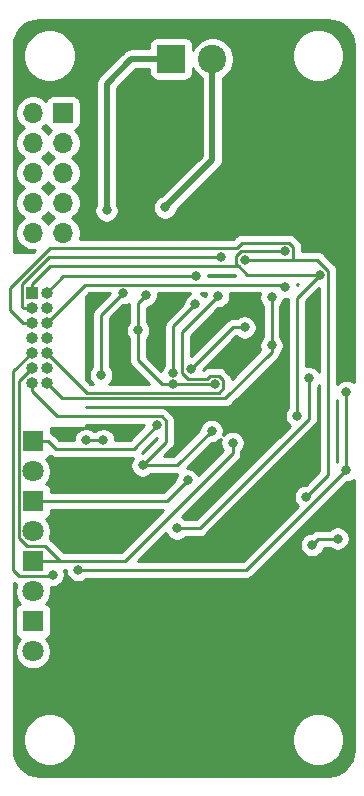
<source format=gbr>
%TF.GenerationSoftware,KiCad,Pcbnew,5.1.5+dfsg1-2build2*%
%TF.CreationDate,2022-11-14T11:38:36+01:00*%
%TF.ProjectId,ebus,65627573-2e6b-4696-9361-645f70636258,rev?*%
%TF.SameCoordinates,Original*%
%TF.FileFunction,Copper,L2,Bot*%
%TF.FilePolarity,Positive*%
%FSLAX46Y46*%
G04 Gerber Fmt 4.6, Leading zero omitted, Abs format (unit mm)*
G04 Created by KiCad (PCBNEW 5.1.5+dfsg1-2build2) date 2022-11-14 11:38:36*
%MOMM*%
%LPD*%
G04 APERTURE LIST*
%TA.AperFunction,ComponentPad*%
%ADD10O,1.000000X1.000000*%
%TD*%
%TA.AperFunction,ComponentPad*%
%ADD11R,1.000000X1.000000*%
%TD*%
%TA.AperFunction,ComponentPad*%
%ADD12O,1.700000X1.700000*%
%TD*%
%TA.AperFunction,ComponentPad*%
%ADD13R,1.700000X1.700000*%
%TD*%
%TA.AperFunction,ComponentPad*%
%ADD14C,2.400000*%
%TD*%
%TA.AperFunction,ComponentPad*%
%ADD15R,2.400000X2.400000*%
%TD*%
%TA.AperFunction,ComponentPad*%
%ADD16C,1.800000*%
%TD*%
%TA.AperFunction,ComponentPad*%
%ADD17R,1.800000X1.800000*%
%TD*%
%TA.AperFunction,ViaPad*%
%ADD18C,0.800000*%
%TD*%
%TA.AperFunction,Conductor*%
%ADD19C,0.250000*%
%TD*%
%TA.AperFunction,Conductor*%
%ADD20C,0.500000*%
%TD*%
%TA.AperFunction,NonConductor*%
%ADD21C,0.254000*%
%TD*%
G04 APERTURE END LIST*
D10*
%TO.P,J8,14*%
%TO.N,MP7*%
X66675000Y-114427000D03*
%TO.P,J8,13*%
%TO.N,MP13*%
X65405000Y-114427000D03*
%TO.P,J8,12*%
%TO.N,MP6*%
X66675000Y-113157000D03*
%TO.P,J8,11*%
%TO.N,MP12*%
X65405000Y-113157000D03*
%TO.P,J8,10*%
%TO.N,MP5*%
X66675000Y-111887000D03*
%TO.P,J8,9*%
%TO.N,MP11*%
X65405000Y-111887000D03*
%TO.P,J8,8*%
%TO.N,MP4*%
X66675000Y-110617000D03*
%TO.P,J8,7*%
%TO.N,MP10*%
X65405000Y-110617000D03*
%TO.P,J8,6*%
%TO.N,MP3*%
X66675000Y-109347000D03*
%TO.P,J8,5*%
%TO.N,MP9*%
X65405000Y-109347000D03*
%TO.P,J8,4*%
%TO.N,N/C*%
X66675000Y-108077000D03*
%TO.P,J8,3*%
%TO.N,MP4*%
X65405000Y-108077000D03*
%TO.P,J8,2*%
%TO.N,MP1*%
X66675000Y-106807000D03*
D11*
%TO.P,J8,1*%
%TO.N,GNDD*%
X65405000Y-106807000D03*
%TD*%
D12*
%TO.P,J3,10*%
%TO.N,RX*%
X65532000Y-101727000D03*
%TO.P,J3,9*%
%TO.N,N/C*%
X68072000Y-101727000D03*
%TO.P,J3,8*%
%TO.N,TX*%
X65532000Y-99187000D03*
%TO.P,J3,7*%
%TO.N,N/C*%
X68072000Y-99187000D03*
%TO.P,J3,6*%
%TO.N,GNDREF*%
X65532000Y-96647000D03*
%TO.P,J3,5*%
%TO.N,N/C*%
X68072000Y-96647000D03*
%TO.P,J3,4*%
X65532000Y-94107000D03*
%TO.P,J3,3*%
X68072000Y-94107000D03*
%TO.P,J3,2*%
X65532000Y-91567000D03*
D13*
%TO.P,J3,1*%
%TO.N,+3V3*%
X68072000Y-91567000D03*
%TD*%
D14*
%TO.P,J1,2*%
%TO.N,+24V*%
X80716000Y-86995000D03*
D15*
%TO.P,J1,1*%
%TO.N,Net-(D3-Pad3)*%
X77216000Y-86995000D03*
%TD*%
D16*
%TO.P,D6,2*%
%TO.N,Net-(D6-Pad2)*%
X65532000Y-121920000D03*
D17*
%TO.P,D6,1*%
%TO.N,GNDREF*%
X65532000Y-119380000D03*
%TD*%
D16*
%TO.P,D5,2*%
%TO.N,Net-(D5-Pad2)*%
X65532000Y-137160000D03*
D17*
%TO.P,D5,1*%
%TO.N,GNDD*%
X65532000Y-134620000D03*
%TD*%
D16*
%TO.P,D4,2*%
%TO.N,Net-(D4-Pad2)*%
X65532000Y-127000000D03*
D17*
%TO.P,D4,1*%
%TO.N,RX*%
X65532000Y-124460000D03*
%TD*%
D16*
%TO.P,D2,2*%
%TO.N,MP11*%
X65532000Y-132080000D03*
D17*
%TO.P,D2,1*%
%TO.N,MP12*%
X65532000Y-129540000D03*
%TD*%
D18*
%TO.N,GNDD*%
X77343000Y-114554000D03*
X80899000Y-114554000D03*
X89810010Y-105283000D03*
X87884000Y-117221000D03*
X74422000Y-109982000D03*
X75057000Y-107025999D03*
X86849999Y-103288000D03*
%TO.N,SIGNAL*%
X83439000Y-109728000D03*
X78867000Y-113284000D03*
%TO.N,GNDREF*%
X76066653Y-117989347D03*
%TO.N,+3V3*%
X71299007Y-113750250D03*
X73130654Y-106828346D03*
%TO.N,Net-(D3-Pad3)*%
X71755000Y-99822000D03*
%TO.N,RX*%
X78613000Y-122682000D03*
%TO.N,+24V*%
X76708000Y-99568000D03*
%TO.N,MP1*%
X79295001Y-105378345D03*
X79286654Y-107784346D03*
X77416999Y-113556740D03*
X91329359Y-127618641D03*
X89154000Y-128143000D03*
%TO.N,MP5*%
X77724000Y-126746000D03*
X88900000Y-114046000D03*
X81195011Y-107061000D03*
%TO.N,MP6*%
X70017000Y-119290000D03*
X71467000Y-119290000D03*
%TO.N,MP11*%
X67183000Y-130683000D03*
%TO.N,MP12*%
X82423000Y-119507000D03*
%TO.N,MP13*%
X74803000Y-121412000D03*
X80645000Y-118491000D03*
%TO.N,MP10*%
X92060029Y-115189000D03*
X92060029Y-121793000D03*
X69342000Y-130265000D03*
%TO.N,MP9*%
X88646000Y-124079000D03*
X83460010Y-104013000D03*
%TO.N,MP4*%
X81407000Y-103759000D03*
%TO.N,MP7*%
X85725000Y-111252000D03*
X85725000Y-107188000D03*
%TO.N,MP3*%
X86868000Y-106299000D03*
%TD*%
D19*
%TO.N,GNDD*%
X77343000Y-114554000D02*
X80899000Y-114554000D01*
X87884000Y-107209010D02*
X87884000Y-117221000D01*
X89810010Y-105283000D02*
X87884000Y-107209010D01*
X74422000Y-107660999D02*
X75057000Y-107025999D01*
X74422000Y-109982000D02*
X74422000Y-107660999D01*
X83657008Y-105283000D02*
X89244325Y-105283000D01*
X82735009Y-103664999D02*
X82735009Y-104361001D01*
X89244325Y-105283000D02*
X89810010Y-105283000D01*
X83112008Y-103288000D02*
X82735009Y-103664999D01*
X86849999Y-103288000D02*
X83112008Y-103288000D01*
X66941000Y-104521000D02*
X82931000Y-104521000D01*
X65405000Y-106057000D02*
X66941000Y-104521000D01*
X65405000Y-106807000D02*
X65405000Y-106057000D01*
X82931000Y-104521000D02*
X83657008Y-105283000D01*
X82735009Y-104361001D02*
X82931000Y-104521000D01*
X77343000Y-114554000D02*
X76454000Y-114554000D01*
X74422000Y-112522000D02*
X74422000Y-109982000D01*
X76454000Y-114554000D02*
X74422000Y-112522000D01*
%TO.N,SIGNAL*%
X83439000Y-109728000D02*
X82423000Y-109728000D01*
X82423000Y-109728000D02*
X78867000Y-113284000D01*
%TO.N,GNDREF*%
X76066653Y-117989347D02*
X74041000Y-120015000D01*
X74041000Y-120015000D02*
X67437000Y-120015000D01*
X66802000Y-119380000D02*
X65532000Y-119380000D01*
X67437000Y-120015000D02*
X66802000Y-119380000D01*
%TO.N,+3V3*%
X71299007Y-108659993D02*
X73130654Y-106828346D01*
X71299007Y-113750250D02*
X71299007Y-108659993D01*
D20*
%TO.N,Net-(D3-Pad3)*%
X71755000Y-89105000D02*
X71755000Y-99822000D01*
X73865000Y-86995000D02*
X77216000Y-86995000D01*
X71755000Y-89105000D02*
X73865000Y-86995000D01*
D19*
%TO.N,RX*%
X76835000Y-124460000D02*
X78613000Y-122682000D01*
X65532000Y-124460000D02*
X76835000Y-124460000D01*
D20*
%TO.N,+24V*%
X80716000Y-95560000D02*
X76708000Y-99568000D01*
X80716000Y-95560000D02*
X80716000Y-86995000D01*
D19*
%TO.N,MP1*%
X68103655Y-105378345D02*
X79295001Y-105378345D01*
X66675000Y-106807000D02*
X68103655Y-105378345D01*
X77416999Y-109654001D02*
X77416999Y-113556740D01*
X79286654Y-107784346D02*
X77416999Y-109654001D01*
X89678359Y-127618641D02*
X89154000Y-128143000D01*
X91329359Y-127618641D02*
X89678359Y-127618641D01*
%TO.N,MP5*%
X88900000Y-117475000D02*
X88900000Y-114046000D01*
X79629000Y-126746000D02*
X77724000Y-126746000D01*
X88900000Y-117475000D02*
X79629000Y-126746000D01*
X78141999Y-113632001D02*
X78141999Y-110114012D01*
X78141999Y-110114012D02*
X81195011Y-107061000D01*
X80550999Y-113828999D02*
X80276008Y-114103990D01*
X81247001Y-113828999D02*
X80550999Y-113828999D01*
X81624001Y-114205999D02*
X81247001Y-113828999D01*
X81624001Y-114902001D02*
X81624001Y-114205999D01*
X81247001Y-115279001D02*
X81624001Y-114902001D01*
X70067001Y-115279001D02*
X81247001Y-115279001D01*
X78613988Y-114103990D02*
X78141999Y-113632001D01*
X80276008Y-114103990D02*
X78613988Y-114103990D01*
X66675000Y-111887000D02*
X70067001Y-115279001D01*
%TO.N,MP6*%
X70017000Y-119290000D02*
X71467000Y-119290000D01*
%TO.N,MP11*%
X67100999Y-130765001D02*
X67183000Y-130683000D01*
X64371999Y-130765001D02*
X67100999Y-130765001D01*
X63856990Y-130249992D02*
X64371999Y-130765001D01*
X63856990Y-113435010D02*
X63856990Y-130249992D01*
X65405000Y-111887000D02*
X63856990Y-113435010D01*
%TO.N,MP12*%
X82423000Y-120396000D02*
X82423000Y-119507000D01*
X73279000Y-129540000D02*
X82423000Y-120396000D01*
X64306999Y-127588001D02*
X64988998Y-128270000D01*
X64306999Y-114255001D02*
X64306999Y-127588001D01*
X65405000Y-113157000D02*
X64306999Y-114255001D01*
X66548000Y-128270000D02*
X67818000Y-129540000D01*
X64988998Y-128270000D02*
X66548000Y-128270000D01*
X67818000Y-129540000D02*
X73279000Y-129540000D01*
X65532000Y-129540000D02*
X67818000Y-129540000D01*
%TO.N,MP13*%
X77724000Y-121412000D02*
X80645000Y-118491000D01*
X74803000Y-121412000D02*
X77724000Y-121412000D01*
X76791654Y-119423346D02*
X75202999Y-121012001D01*
X76791654Y-117641346D02*
X76791654Y-119423346D01*
X76414654Y-117264346D02*
X76791654Y-117641346D01*
X67535240Y-117264346D02*
X76414654Y-117264346D01*
X65405000Y-115134106D02*
X67535240Y-117264346D01*
X75202999Y-121012001D02*
X74803000Y-121412000D01*
X65405000Y-114427000D02*
X65405000Y-115134106D01*
%TO.N,MP10*%
X92060029Y-115189000D02*
X92060029Y-121793000D01*
X83588029Y-130265000D02*
X92060029Y-121793000D01*
X69342000Y-130265000D02*
X83588029Y-130265000D01*
%TO.N,MP9*%
X90535011Y-104934999D02*
X89613012Y-104013000D01*
X90535011Y-122189989D02*
X90535011Y-104934999D01*
X88646000Y-124079000D02*
X90535011Y-122189989D01*
X87198000Y-102562999D02*
X87575000Y-102939999D01*
X87575000Y-103941000D02*
X87503000Y-104013000D01*
X83200599Y-102562999D02*
X87198000Y-102562999D01*
X82766598Y-102997000D02*
X83200599Y-102562999D01*
X66993588Y-102997000D02*
X82766598Y-102997000D01*
X63596010Y-106394578D02*
X66993588Y-102997000D01*
X63596010Y-108245116D02*
X63596010Y-106394578D01*
X87575000Y-102939999D02*
X87575000Y-103941000D01*
X64697894Y-109347000D02*
X63596010Y-108245116D01*
X65405000Y-109347000D02*
X64697894Y-109347000D01*
X87503000Y-104013000D02*
X83460010Y-104013000D01*
X89613012Y-104013000D02*
X87503000Y-104013000D01*
%TO.N,MP4*%
X66867998Y-103759000D02*
X81407000Y-103759000D01*
X64579999Y-106046999D02*
X66867998Y-103759000D01*
X64579999Y-107959105D02*
X64579999Y-106046999D01*
X64697894Y-108077000D02*
X64579999Y-107959105D01*
X65405000Y-108077000D02*
X64697894Y-108077000D01*
%TO.N,MP7*%
X85725000Y-111252000D02*
X85725000Y-107188000D01*
X85725000Y-111817685D02*
X85725000Y-111252000D01*
X81813674Y-115729011D02*
X85725000Y-111817685D01*
X67977011Y-115729011D02*
X81813674Y-115729011D01*
X66675000Y-114427000D02*
X67977011Y-115729011D01*
%TO.N,MP3*%
X86672345Y-106103345D02*
X86868000Y-106299000D01*
X69918655Y-106103345D02*
X86672345Y-106103345D01*
X66675000Y-109347000D02*
X69918655Y-106103345D01*
%TD*%
D21*
G36*
X92685000Y-145509722D02*
G01*
X92641254Y-145955882D01*
X92521055Y-146353999D01*
X92325819Y-146721185D01*
X92062977Y-147043461D01*
X91742548Y-147308542D01*
X91376731Y-147506339D01*
X90979461Y-147629314D01*
X90535274Y-147676000D01*
X66072278Y-147676000D01*
X65626118Y-147632254D01*
X65228001Y-147512055D01*
X64860815Y-147316819D01*
X64538539Y-147053977D01*
X64273458Y-146733548D01*
X64075661Y-146367731D01*
X63952686Y-145970461D01*
X63906000Y-145526274D01*
X63906000Y-144432872D01*
X64694000Y-144432872D01*
X64694000Y-144873128D01*
X64779890Y-145304925D01*
X64948369Y-145711669D01*
X65192962Y-146077729D01*
X65504271Y-146389038D01*
X65870331Y-146633631D01*
X66277075Y-146802110D01*
X66708872Y-146888000D01*
X67149128Y-146888000D01*
X67580925Y-146802110D01*
X67987669Y-146633631D01*
X68353729Y-146389038D01*
X68665038Y-146077729D01*
X68909631Y-145711669D01*
X69078110Y-145304925D01*
X69164000Y-144873128D01*
X69164000Y-144432872D01*
X87427000Y-144432872D01*
X87427000Y-144873128D01*
X87512890Y-145304925D01*
X87681369Y-145711669D01*
X87925962Y-146077729D01*
X88237271Y-146389038D01*
X88603331Y-146633631D01*
X89010075Y-146802110D01*
X89441872Y-146888000D01*
X89882128Y-146888000D01*
X90313925Y-146802110D01*
X90720669Y-146633631D01*
X91086729Y-146389038D01*
X91398038Y-146077729D01*
X91642631Y-145711669D01*
X91811110Y-145304925D01*
X91897000Y-144873128D01*
X91897000Y-144432872D01*
X91811110Y-144001075D01*
X91642631Y-143594331D01*
X91398038Y-143228271D01*
X91086729Y-142916962D01*
X90720669Y-142672369D01*
X90313925Y-142503890D01*
X89882128Y-142418000D01*
X89441872Y-142418000D01*
X89010075Y-142503890D01*
X88603331Y-142672369D01*
X88237271Y-142916962D01*
X87925962Y-143228271D01*
X87681369Y-143594331D01*
X87512890Y-144001075D01*
X87427000Y-144432872D01*
X69164000Y-144432872D01*
X69078110Y-144001075D01*
X68909631Y-143594331D01*
X68665038Y-143228271D01*
X68353729Y-142916962D01*
X67987669Y-142672369D01*
X67580925Y-142503890D01*
X67149128Y-142418000D01*
X66708872Y-142418000D01*
X66277075Y-142503890D01*
X65870331Y-142672369D01*
X65504271Y-142916962D01*
X65192962Y-143228271D01*
X64948369Y-143594331D01*
X64779890Y-144001075D01*
X64694000Y-144432872D01*
X63906000Y-144432872D01*
X63906000Y-131365734D01*
X63947723Y-131399975D01*
X64079752Y-131470547D01*
X64118147Y-131482194D01*
X64055989Y-131632257D01*
X63997000Y-131928816D01*
X63997000Y-132231184D01*
X64055989Y-132527743D01*
X64171701Y-132807095D01*
X64339688Y-133058505D01*
X64406127Y-133124944D01*
X64387820Y-133130498D01*
X64277506Y-133189463D01*
X64180815Y-133268815D01*
X64101463Y-133365506D01*
X64042498Y-133475820D01*
X64006188Y-133595518D01*
X63993928Y-133720000D01*
X63993928Y-135520000D01*
X64006188Y-135644482D01*
X64042498Y-135764180D01*
X64101463Y-135874494D01*
X64180815Y-135971185D01*
X64277506Y-136050537D01*
X64387820Y-136109502D01*
X64406127Y-136115056D01*
X64339688Y-136181495D01*
X64171701Y-136432905D01*
X64055989Y-136712257D01*
X63997000Y-137008816D01*
X63997000Y-137311184D01*
X64055989Y-137607743D01*
X64171701Y-137887095D01*
X64339688Y-138138505D01*
X64553495Y-138352312D01*
X64804905Y-138520299D01*
X65084257Y-138636011D01*
X65380816Y-138695000D01*
X65683184Y-138695000D01*
X65979743Y-138636011D01*
X66259095Y-138520299D01*
X66510505Y-138352312D01*
X66724312Y-138138505D01*
X66892299Y-137887095D01*
X67008011Y-137607743D01*
X67067000Y-137311184D01*
X67067000Y-137008816D01*
X67008011Y-136712257D01*
X66892299Y-136432905D01*
X66724312Y-136181495D01*
X66657873Y-136115056D01*
X66676180Y-136109502D01*
X66786494Y-136050537D01*
X66883185Y-135971185D01*
X66962537Y-135874494D01*
X67021502Y-135764180D01*
X67057812Y-135644482D01*
X67070072Y-135520000D01*
X67070072Y-133720000D01*
X67057812Y-133595518D01*
X67021502Y-133475820D01*
X66962537Y-133365506D01*
X66883185Y-133268815D01*
X66786494Y-133189463D01*
X66676180Y-133130498D01*
X66657873Y-133124944D01*
X66724312Y-133058505D01*
X66892299Y-132807095D01*
X67008011Y-132527743D01*
X67067000Y-132231184D01*
X67067000Y-131928816D01*
X67022760Y-131706403D01*
X67081061Y-131718000D01*
X67284939Y-131718000D01*
X67484898Y-131678226D01*
X67673256Y-131600205D01*
X67842774Y-131486937D01*
X67986937Y-131342774D01*
X68100205Y-131173256D01*
X68178226Y-130984898D01*
X68218000Y-130784939D01*
X68218000Y-130581061D01*
X68178226Y-130381102D01*
X68144632Y-130300000D01*
X68307000Y-130300000D01*
X68307000Y-130366939D01*
X68346774Y-130566898D01*
X68424795Y-130755256D01*
X68538063Y-130924774D01*
X68682226Y-131068937D01*
X68851744Y-131182205D01*
X69040102Y-131260226D01*
X69240061Y-131300000D01*
X69443939Y-131300000D01*
X69643898Y-131260226D01*
X69832256Y-131182205D01*
X70001774Y-131068937D01*
X70045711Y-131025000D01*
X83550707Y-131025000D01*
X83588029Y-131028676D01*
X83625351Y-131025000D01*
X83625362Y-131025000D01*
X83737015Y-131014003D01*
X83880276Y-130970546D01*
X84012305Y-130899974D01*
X84128030Y-130805001D01*
X84151833Y-130775997D01*
X86886769Y-128041061D01*
X88119000Y-128041061D01*
X88119000Y-128244939D01*
X88158774Y-128444898D01*
X88236795Y-128633256D01*
X88350063Y-128802774D01*
X88494226Y-128946937D01*
X88663744Y-129060205D01*
X88852102Y-129138226D01*
X89052061Y-129178000D01*
X89255939Y-129178000D01*
X89455898Y-129138226D01*
X89644256Y-129060205D01*
X89813774Y-128946937D01*
X89957937Y-128802774D01*
X90071205Y-128633256D01*
X90149226Y-128444898D01*
X90162405Y-128378641D01*
X90625648Y-128378641D01*
X90669585Y-128422578D01*
X90839103Y-128535846D01*
X91027461Y-128613867D01*
X91227420Y-128653641D01*
X91431298Y-128653641D01*
X91631257Y-128613867D01*
X91819615Y-128535846D01*
X91989133Y-128422578D01*
X92133296Y-128278415D01*
X92246564Y-128108897D01*
X92324585Y-127920539D01*
X92364359Y-127720580D01*
X92364359Y-127516702D01*
X92324585Y-127316743D01*
X92246564Y-127128385D01*
X92133296Y-126958867D01*
X91989133Y-126814704D01*
X91819615Y-126701436D01*
X91631257Y-126623415D01*
X91431298Y-126583641D01*
X91227420Y-126583641D01*
X91027461Y-126623415D01*
X90839103Y-126701436D01*
X90669585Y-126814704D01*
X90625648Y-126858641D01*
X89715692Y-126858641D01*
X89678359Y-126854964D01*
X89641026Y-126858641D01*
X89529373Y-126869638D01*
X89386112Y-126913095D01*
X89254083Y-126983667D01*
X89138358Y-127078640D01*
X89114559Y-127107639D01*
X89114198Y-127108000D01*
X89052061Y-127108000D01*
X88852102Y-127147774D01*
X88663744Y-127225795D01*
X88494226Y-127339063D01*
X88350063Y-127483226D01*
X88236795Y-127652744D01*
X88158774Y-127841102D01*
X88119000Y-128041061D01*
X86886769Y-128041061D01*
X92099831Y-122828000D01*
X92161968Y-122828000D01*
X92361927Y-122788226D01*
X92550285Y-122710205D01*
X92685000Y-122620191D01*
X92685000Y-145509722D01*
G37*
X92685000Y-145509722D02*
X92641254Y-145955882D01*
X92521055Y-146353999D01*
X92325819Y-146721185D01*
X92062977Y-147043461D01*
X91742548Y-147308542D01*
X91376731Y-147506339D01*
X90979461Y-147629314D01*
X90535274Y-147676000D01*
X66072278Y-147676000D01*
X65626118Y-147632254D01*
X65228001Y-147512055D01*
X64860815Y-147316819D01*
X64538539Y-147053977D01*
X64273458Y-146733548D01*
X64075661Y-146367731D01*
X63952686Y-145970461D01*
X63906000Y-145526274D01*
X63906000Y-144432872D01*
X64694000Y-144432872D01*
X64694000Y-144873128D01*
X64779890Y-145304925D01*
X64948369Y-145711669D01*
X65192962Y-146077729D01*
X65504271Y-146389038D01*
X65870331Y-146633631D01*
X66277075Y-146802110D01*
X66708872Y-146888000D01*
X67149128Y-146888000D01*
X67580925Y-146802110D01*
X67987669Y-146633631D01*
X68353729Y-146389038D01*
X68665038Y-146077729D01*
X68909631Y-145711669D01*
X69078110Y-145304925D01*
X69164000Y-144873128D01*
X69164000Y-144432872D01*
X87427000Y-144432872D01*
X87427000Y-144873128D01*
X87512890Y-145304925D01*
X87681369Y-145711669D01*
X87925962Y-146077729D01*
X88237271Y-146389038D01*
X88603331Y-146633631D01*
X89010075Y-146802110D01*
X89441872Y-146888000D01*
X89882128Y-146888000D01*
X90313925Y-146802110D01*
X90720669Y-146633631D01*
X91086729Y-146389038D01*
X91398038Y-146077729D01*
X91642631Y-145711669D01*
X91811110Y-145304925D01*
X91897000Y-144873128D01*
X91897000Y-144432872D01*
X91811110Y-144001075D01*
X91642631Y-143594331D01*
X91398038Y-143228271D01*
X91086729Y-142916962D01*
X90720669Y-142672369D01*
X90313925Y-142503890D01*
X89882128Y-142418000D01*
X89441872Y-142418000D01*
X89010075Y-142503890D01*
X88603331Y-142672369D01*
X88237271Y-142916962D01*
X87925962Y-143228271D01*
X87681369Y-143594331D01*
X87512890Y-144001075D01*
X87427000Y-144432872D01*
X69164000Y-144432872D01*
X69078110Y-144001075D01*
X68909631Y-143594331D01*
X68665038Y-143228271D01*
X68353729Y-142916962D01*
X67987669Y-142672369D01*
X67580925Y-142503890D01*
X67149128Y-142418000D01*
X66708872Y-142418000D01*
X66277075Y-142503890D01*
X65870331Y-142672369D01*
X65504271Y-142916962D01*
X65192962Y-143228271D01*
X64948369Y-143594331D01*
X64779890Y-144001075D01*
X64694000Y-144432872D01*
X63906000Y-144432872D01*
X63906000Y-131365734D01*
X63947723Y-131399975D01*
X64079752Y-131470547D01*
X64118147Y-131482194D01*
X64055989Y-131632257D01*
X63997000Y-131928816D01*
X63997000Y-132231184D01*
X64055989Y-132527743D01*
X64171701Y-132807095D01*
X64339688Y-133058505D01*
X64406127Y-133124944D01*
X64387820Y-133130498D01*
X64277506Y-133189463D01*
X64180815Y-133268815D01*
X64101463Y-133365506D01*
X64042498Y-133475820D01*
X64006188Y-133595518D01*
X63993928Y-133720000D01*
X63993928Y-135520000D01*
X64006188Y-135644482D01*
X64042498Y-135764180D01*
X64101463Y-135874494D01*
X64180815Y-135971185D01*
X64277506Y-136050537D01*
X64387820Y-136109502D01*
X64406127Y-136115056D01*
X64339688Y-136181495D01*
X64171701Y-136432905D01*
X64055989Y-136712257D01*
X63997000Y-137008816D01*
X63997000Y-137311184D01*
X64055989Y-137607743D01*
X64171701Y-137887095D01*
X64339688Y-138138505D01*
X64553495Y-138352312D01*
X64804905Y-138520299D01*
X65084257Y-138636011D01*
X65380816Y-138695000D01*
X65683184Y-138695000D01*
X65979743Y-138636011D01*
X66259095Y-138520299D01*
X66510505Y-138352312D01*
X66724312Y-138138505D01*
X66892299Y-137887095D01*
X67008011Y-137607743D01*
X67067000Y-137311184D01*
X67067000Y-137008816D01*
X67008011Y-136712257D01*
X66892299Y-136432905D01*
X66724312Y-136181495D01*
X66657873Y-136115056D01*
X66676180Y-136109502D01*
X66786494Y-136050537D01*
X66883185Y-135971185D01*
X66962537Y-135874494D01*
X67021502Y-135764180D01*
X67057812Y-135644482D01*
X67070072Y-135520000D01*
X67070072Y-133720000D01*
X67057812Y-133595518D01*
X67021502Y-133475820D01*
X66962537Y-133365506D01*
X66883185Y-133268815D01*
X66786494Y-133189463D01*
X66676180Y-133130498D01*
X66657873Y-133124944D01*
X66724312Y-133058505D01*
X66892299Y-132807095D01*
X67008011Y-132527743D01*
X67067000Y-132231184D01*
X67067000Y-131928816D01*
X67022760Y-131706403D01*
X67081061Y-131718000D01*
X67284939Y-131718000D01*
X67484898Y-131678226D01*
X67673256Y-131600205D01*
X67842774Y-131486937D01*
X67986937Y-131342774D01*
X68100205Y-131173256D01*
X68178226Y-130984898D01*
X68218000Y-130784939D01*
X68218000Y-130581061D01*
X68178226Y-130381102D01*
X68144632Y-130300000D01*
X68307000Y-130300000D01*
X68307000Y-130366939D01*
X68346774Y-130566898D01*
X68424795Y-130755256D01*
X68538063Y-130924774D01*
X68682226Y-131068937D01*
X68851744Y-131182205D01*
X69040102Y-131260226D01*
X69240061Y-131300000D01*
X69443939Y-131300000D01*
X69643898Y-131260226D01*
X69832256Y-131182205D01*
X70001774Y-131068937D01*
X70045711Y-131025000D01*
X83550707Y-131025000D01*
X83588029Y-131028676D01*
X83625351Y-131025000D01*
X83625362Y-131025000D01*
X83737015Y-131014003D01*
X83880276Y-130970546D01*
X84012305Y-130899974D01*
X84128030Y-130805001D01*
X84151833Y-130775997D01*
X86886769Y-128041061D01*
X88119000Y-128041061D01*
X88119000Y-128244939D01*
X88158774Y-128444898D01*
X88236795Y-128633256D01*
X88350063Y-128802774D01*
X88494226Y-128946937D01*
X88663744Y-129060205D01*
X88852102Y-129138226D01*
X89052061Y-129178000D01*
X89255939Y-129178000D01*
X89455898Y-129138226D01*
X89644256Y-129060205D01*
X89813774Y-128946937D01*
X89957937Y-128802774D01*
X90071205Y-128633256D01*
X90149226Y-128444898D01*
X90162405Y-128378641D01*
X90625648Y-128378641D01*
X90669585Y-128422578D01*
X90839103Y-128535846D01*
X91027461Y-128613867D01*
X91227420Y-128653641D01*
X91431298Y-128653641D01*
X91631257Y-128613867D01*
X91819615Y-128535846D01*
X91989133Y-128422578D01*
X92133296Y-128278415D01*
X92246564Y-128108897D01*
X92324585Y-127920539D01*
X92364359Y-127720580D01*
X92364359Y-127516702D01*
X92324585Y-127316743D01*
X92246564Y-127128385D01*
X92133296Y-126958867D01*
X91989133Y-126814704D01*
X91819615Y-126701436D01*
X91631257Y-126623415D01*
X91431298Y-126583641D01*
X91227420Y-126583641D01*
X91027461Y-126623415D01*
X90839103Y-126701436D01*
X90669585Y-126814704D01*
X90625648Y-126858641D01*
X89715692Y-126858641D01*
X89678359Y-126854964D01*
X89641026Y-126858641D01*
X89529373Y-126869638D01*
X89386112Y-126913095D01*
X89254083Y-126983667D01*
X89138358Y-127078640D01*
X89114559Y-127107639D01*
X89114198Y-127108000D01*
X89052061Y-127108000D01*
X88852102Y-127147774D01*
X88663744Y-127225795D01*
X88494226Y-127339063D01*
X88350063Y-127483226D01*
X88236795Y-127652744D01*
X88158774Y-127841102D01*
X88119000Y-128041061D01*
X86886769Y-128041061D01*
X92099831Y-122828000D01*
X92161968Y-122828000D01*
X92361927Y-122788226D01*
X92550285Y-122710205D01*
X92685000Y-122620191D01*
X92685000Y-145509722D01*
G36*
X89775011Y-121875187D02*
G01*
X88606199Y-123044000D01*
X88544061Y-123044000D01*
X88344102Y-123083774D01*
X88155744Y-123161795D01*
X87986226Y-123275063D01*
X87842063Y-123419226D01*
X87728795Y-123588744D01*
X87650774Y-123777102D01*
X87611000Y-123977061D01*
X87611000Y-124180939D01*
X87650774Y-124380898D01*
X87728795Y-124569256D01*
X87842063Y-124738774D01*
X87940758Y-124837469D01*
X83273228Y-129505000D01*
X74388801Y-129505000D01*
X76763081Y-127130721D01*
X76806795Y-127236256D01*
X76920063Y-127405774D01*
X77064226Y-127549937D01*
X77233744Y-127663205D01*
X77422102Y-127741226D01*
X77622061Y-127781000D01*
X77825939Y-127781000D01*
X78025898Y-127741226D01*
X78214256Y-127663205D01*
X78383774Y-127549937D01*
X78427711Y-127506000D01*
X79591678Y-127506000D01*
X79629000Y-127509676D01*
X79666322Y-127506000D01*
X79666333Y-127506000D01*
X79777986Y-127495003D01*
X79921247Y-127451546D01*
X80053276Y-127380974D01*
X80169001Y-127286001D01*
X80192804Y-127256997D01*
X89411004Y-118038798D01*
X89440001Y-118015001D01*
X89512057Y-117927201D01*
X89534974Y-117899277D01*
X89605546Y-117767247D01*
X89629396Y-117688622D01*
X89649003Y-117623986D01*
X89660000Y-117512333D01*
X89660000Y-117512323D01*
X89663676Y-117475000D01*
X89660000Y-117437677D01*
X89660000Y-114749711D01*
X89703937Y-114705774D01*
X89775011Y-114599403D01*
X89775011Y-121875187D01*
G37*
X89775011Y-121875187D02*
X88606199Y-123044000D01*
X88544061Y-123044000D01*
X88344102Y-123083774D01*
X88155744Y-123161795D01*
X87986226Y-123275063D01*
X87842063Y-123419226D01*
X87728795Y-123588744D01*
X87650774Y-123777102D01*
X87611000Y-123977061D01*
X87611000Y-124180939D01*
X87650774Y-124380898D01*
X87728795Y-124569256D01*
X87842063Y-124738774D01*
X87940758Y-124837469D01*
X83273228Y-129505000D01*
X74388801Y-129505000D01*
X76763081Y-127130721D01*
X76806795Y-127236256D01*
X76920063Y-127405774D01*
X77064226Y-127549937D01*
X77233744Y-127663205D01*
X77422102Y-127741226D01*
X77622061Y-127781000D01*
X77825939Y-127781000D01*
X78025898Y-127741226D01*
X78214256Y-127663205D01*
X78383774Y-127549937D01*
X78427711Y-127506000D01*
X79591678Y-127506000D01*
X79629000Y-127509676D01*
X79666322Y-127506000D01*
X79666333Y-127506000D01*
X79777986Y-127495003D01*
X79921247Y-127451546D01*
X80053276Y-127380974D01*
X80169001Y-127286001D01*
X80192804Y-127256997D01*
X89411004Y-118038798D01*
X89440001Y-118015001D01*
X89512057Y-117927201D01*
X89534974Y-117899277D01*
X89605546Y-117767247D01*
X89629396Y-117688622D01*
X89649003Y-117623986D01*
X89660000Y-117512333D01*
X89660000Y-117512323D01*
X89663676Y-117475000D01*
X89660000Y-117437677D01*
X89660000Y-114749711D01*
X89703937Y-114705774D01*
X89775011Y-114599403D01*
X89775011Y-121875187D01*
G36*
X72964199Y-128780000D02*
G01*
X68132802Y-128780000D01*
X67111804Y-127759003D01*
X67088001Y-127729999D01*
X66972276Y-127635026D01*
X66938020Y-127616715D01*
X67008011Y-127447743D01*
X67067000Y-127151184D01*
X67067000Y-126848816D01*
X67008011Y-126552257D01*
X66892299Y-126272905D01*
X66724312Y-126021495D01*
X66657873Y-125955056D01*
X66676180Y-125949502D01*
X66786494Y-125890537D01*
X66883185Y-125811185D01*
X66962537Y-125714494D01*
X67021502Y-125604180D01*
X67057812Y-125484482D01*
X67070072Y-125360000D01*
X67070072Y-125220000D01*
X76524199Y-125220000D01*
X72964199Y-128780000D01*
G37*
X72964199Y-128780000D02*
X68132802Y-128780000D01*
X67111804Y-127759003D01*
X67088001Y-127729999D01*
X66972276Y-127635026D01*
X66938020Y-127616715D01*
X67008011Y-127447743D01*
X67067000Y-127151184D01*
X67067000Y-126848816D01*
X67008011Y-126552257D01*
X66892299Y-126272905D01*
X66724312Y-126021495D01*
X66657873Y-125955056D01*
X66676180Y-125949502D01*
X66786494Y-125890537D01*
X66883185Y-125811185D01*
X66962537Y-125714494D01*
X67021502Y-125604180D01*
X67057812Y-125484482D01*
X67070072Y-125360000D01*
X67070072Y-125220000D01*
X76524199Y-125220000D01*
X72964199Y-128780000D01*
G36*
X87124001Y-116517288D02*
G01*
X87080063Y-116561226D01*
X86966795Y-116730744D01*
X86888774Y-116919102D01*
X86849000Y-117119061D01*
X86849000Y-117322939D01*
X86888774Y-117522898D01*
X86966795Y-117711256D01*
X87080063Y-117880774D01*
X87224226Y-118024937D01*
X87254819Y-118045379D01*
X79314199Y-125986000D01*
X78427711Y-125986000D01*
X78383774Y-125942063D01*
X78214256Y-125828795D01*
X78108721Y-125785081D01*
X82934004Y-120959798D01*
X82963001Y-120936001D01*
X83057974Y-120820276D01*
X83128546Y-120688247D01*
X83172003Y-120544986D01*
X83183000Y-120433333D01*
X83183000Y-120433323D01*
X83186676Y-120396000D01*
X83183000Y-120358677D01*
X83183000Y-120210711D01*
X83226937Y-120166774D01*
X83340205Y-119997256D01*
X83418226Y-119808898D01*
X83458000Y-119608939D01*
X83458000Y-119405061D01*
X83418226Y-119205102D01*
X83340205Y-119016744D01*
X83226937Y-118847226D01*
X83082774Y-118703063D01*
X82913256Y-118589795D01*
X82724898Y-118511774D01*
X82524939Y-118472000D01*
X82321061Y-118472000D01*
X82121102Y-118511774D01*
X81932744Y-118589795D01*
X81763226Y-118703063D01*
X81619063Y-118847226D01*
X81615536Y-118852505D01*
X81640226Y-118792898D01*
X81680000Y-118592939D01*
X81680000Y-118389061D01*
X81640226Y-118189102D01*
X81562205Y-118000744D01*
X81448937Y-117831226D01*
X81304774Y-117687063D01*
X81135256Y-117573795D01*
X80946898Y-117495774D01*
X80746939Y-117456000D01*
X80543061Y-117456000D01*
X80343102Y-117495774D01*
X80154744Y-117573795D01*
X79985226Y-117687063D01*
X79841063Y-117831226D01*
X79727795Y-118000744D01*
X79649774Y-118189102D01*
X79610000Y-118389061D01*
X79610000Y-118451198D01*
X77409199Y-120652000D01*
X76637802Y-120652000D01*
X77302662Y-119987141D01*
X77331655Y-119963347D01*
X77355449Y-119934354D01*
X77355453Y-119934350D01*
X77426627Y-119847623D01*
X77426628Y-119847622D01*
X77497200Y-119715593D01*
X77540657Y-119572332D01*
X77551654Y-119460679D01*
X77551654Y-119460670D01*
X77555330Y-119423347D01*
X77551654Y-119386024D01*
X77551654Y-117678679D01*
X77555331Y-117641346D01*
X77540657Y-117492360D01*
X77497200Y-117349099D01*
X77451897Y-117264345D01*
X77426628Y-117217070D01*
X77331655Y-117101345D01*
X77302652Y-117077543D01*
X76978458Y-116753349D01*
X76954655Y-116724345D01*
X76838930Y-116629372D01*
X76706901Y-116558800D01*
X76563640Y-116515343D01*
X76451987Y-116504346D01*
X76451976Y-116504346D01*
X76414654Y-116500670D01*
X76377332Y-116504346D01*
X69977000Y-116504346D01*
X69977000Y-116489011D01*
X81776352Y-116489011D01*
X81813674Y-116492687D01*
X81850996Y-116489011D01*
X81851007Y-116489011D01*
X81962660Y-116478014D01*
X82105921Y-116434557D01*
X82237950Y-116363985D01*
X82353675Y-116269012D01*
X82377478Y-116240008D01*
X86236004Y-112381483D01*
X86265001Y-112357686D01*
X86359974Y-112241961D01*
X86430546Y-112109932D01*
X86473987Y-111966724D01*
X86528937Y-111911774D01*
X86642205Y-111742256D01*
X86720226Y-111553898D01*
X86760000Y-111353939D01*
X86760000Y-111150061D01*
X86720226Y-110950102D01*
X86642205Y-110761744D01*
X86528937Y-110592226D01*
X86485000Y-110548289D01*
X86485000Y-107891711D01*
X86528937Y-107847774D01*
X86642205Y-107678256D01*
X86720226Y-107489898D01*
X86751800Y-107331163D01*
X86766061Y-107334000D01*
X86969939Y-107334000D01*
X87124000Y-107303356D01*
X87124001Y-116517288D01*
G37*
X87124001Y-116517288D02*
X87080063Y-116561226D01*
X86966795Y-116730744D01*
X86888774Y-116919102D01*
X86849000Y-117119061D01*
X86849000Y-117322939D01*
X86888774Y-117522898D01*
X86966795Y-117711256D01*
X87080063Y-117880774D01*
X87224226Y-118024937D01*
X87254819Y-118045379D01*
X79314199Y-125986000D01*
X78427711Y-125986000D01*
X78383774Y-125942063D01*
X78214256Y-125828795D01*
X78108721Y-125785081D01*
X82934004Y-120959798D01*
X82963001Y-120936001D01*
X83057974Y-120820276D01*
X83128546Y-120688247D01*
X83172003Y-120544986D01*
X83183000Y-120433333D01*
X83183000Y-120433323D01*
X83186676Y-120396000D01*
X83183000Y-120358677D01*
X83183000Y-120210711D01*
X83226937Y-120166774D01*
X83340205Y-119997256D01*
X83418226Y-119808898D01*
X83458000Y-119608939D01*
X83458000Y-119405061D01*
X83418226Y-119205102D01*
X83340205Y-119016744D01*
X83226937Y-118847226D01*
X83082774Y-118703063D01*
X82913256Y-118589795D01*
X82724898Y-118511774D01*
X82524939Y-118472000D01*
X82321061Y-118472000D01*
X82121102Y-118511774D01*
X81932744Y-118589795D01*
X81763226Y-118703063D01*
X81619063Y-118847226D01*
X81615536Y-118852505D01*
X81640226Y-118792898D01*
X81680000Y-118592939D01*
X81680000Y-118389061D01*
X81640226Y-118189102D01*
X81562205Y-118000744D01*
X81448937Y-117831226D01*
X81304774Y-117687063D01*
X81135256Y-117573795D01*
X80946898Y-117495774D01*
X80746939Y-117456000D01*
X80543061Y-117456000D01*
X80343102Y-117495774D01*
X80154744Y-117573795D01*
X79985226Y-117687063D01*
X79841063Y-117831226D01*
X79727795Y-118000744D01*
X79649774Y-118189102D01*
X79610000Y-118389061D01*
X79610000Y-118451198D01*
X77409199Y-120652000D01*
X76637802Y-120652000D01*
X77302662Y-119987141D01*
X77331655Y-119963347D01*
X77355449Y-119934354D01*
X77355453Y-119934350D01*
X77426627Y-119847623D01*
X77426628Y-119847622D01*
X77497200Y-119715593D01*
X77540657Y-119572332D01*
X77551654Y-119460679D01*
X77551654Y-119460670D01*
X77555330Y-119423347D01*
X77551654Y-119386024D01*
X77551654Y-117678679D01*
X77555331Y-117641346D01*
X77540657Y-117492360D01*
X77497200Y-117349099D01*
X77451897Y-117264345D01*
X77426628Y-117217070D01*
X77331655Y-117101345D01*
X77302652Y-117077543D01*
X76978458Y-116753349D01*
X76954655Y-116724345D01*
X76838930Y-116629372D01*
X76706901Y-116558800D01*
X76563640Y-116515343D01*
X76451987Y-116504346D01*
X76451976Y-116504346D01*
X76414654Y-116500670D01*
X76377332Y-116504346D01*
X69977000Y-116504346D01*
X69977000Y-116489011D01*
X81776352Y-116489011D01*
X81813674Y-116492687D01*
X81850996Y-116489011D01*
X81851007Y-116489011D01*
X81962660Y-116478014D01*
X82105921Y-116434557D01*
X82237950Y-116363985D01*
X82353675Y-116269012D01*
X82377478Y-116240008D01*
X86236004Y-112381483D01*
X86265001Y-112357686D01*
X86359974Y-112241961D01*
X86430546Y-112109932D01*
X86473987Y-111966724D01*
X86528937Y-111911774D01*
X86642205Y-111742256D01*
X86720226Y-111553898D01*
X86760000Y-111353939D01*
X86760000Y-111150061D01*
X86720226Y-110950102D01*
X86642205Y-110761744D01*
X86528937Y-110592226D01*
X86485000Y-110548289D01*
X86485000Y-107891711D01*
X86528937Y-107847774D01*
X86642205Y-107678256D01*
X86720226Y-107489898D01*
X86751800Y-107331163D01*
X86766061Y-107334000D01*
X86969939Y-107334000D01*
X87124000Y-107303356D01*
X87124001Y-116517288D01*
G36*
X67012724Y-120649974D02*
G01*
X67144753Y-120720546D01*
X67288014Y-120764003D01*
X67437000Y-120778677D01*
X67474333Y-120775000D01*
X73983846Y-120775000D01*
X73885795Y-120921744D01*
X73807774Y-121110102D01*
X73768000Y-121310061D01*
X73768000Y-121513939D01*
X73807774Y-121713898D01*
X73885795Y-121902256D01*
X73999063Y-122071774D01*
X74143226Y-122215937D01*
X74312744Y-122329205D01*
X74501102Y-122407226D01*
X74701061Y-122447000D01*
X74904939Y-122447000D01*
X75104898Y-122407226D01*
X75293256Y-122329205D01*
X75462774Y-122215937D01*
X75506711Y-122172000D01*
X77686678Y-122172000D01*
X77707610Y-122174062D01*
X77695795Y-122191744D01*
X77617774Y-122380102D01*
X77578000Y-122580061D01*
X77578000Y-122642198D01*
X76520199Y-123700000D01*
X67070072Y-123700000D01*
X67070072Y-123560000D01*
X67057812Y-123435518D01*
X67021502Y-123315820D01*
X66962537Y-123205506D01*
X66883185Y-123108815D01*
X66786494Y-123029463D01*
X66676180Y-122970498D01*
X66657873Y-122964944D01*
X66724312Y-122898505D01*
X66892299Y-122647095D01*
X67008011Y-122367743D01*
X67067000Y-122071184D01*
X67067000Y-121768816D01*
X67008011Y-121472257D01*
X66892299Y-121192905D01*
X66724312Y-120941495D01*
X66657873Y-120875056D01*
X66676180Y-120869502D01*
X66786494Y-120810537D01*
X66883185Y-120731185D01*
X66962537Y-120634494D01*
X66972088Y-120616625D01*
X67012724Y-120649974D01*
G37*
X67012724Y-120649974D02*
X67144753Y-120720546D01*
X67288014Y-120764003D01*
X67437000Y-120778677D01*
X67474333Y-120775000D01*
X73983846Y-120775000D01*
X73885795Y-120921744D01*
X73807774Y-121110102D01*
X73768000Y-121310061D01*
X73768000Y-121513939D01*
X73807774Y-121713898D01*
X73885795Y-121902256D01*
X73999063Y-122071774D01*
X74143226Y-122215937D01*
X74312744Y-122329205D01*
X74501102Y-122407226D01*
X74701061Y-122447000D01*
X74904939Y-122447000D01*
X75104898Y-122407226D01*
X75293256Y-122329205D01*
X75462774Y-122215937D01*
X75506711Y-122172000D01*
X77686678Y-122172000D01*
X77707610Y-122174062D01*
X77695795Y-122191744D01*
X77617774Y-122380102D01*
X77578000Y-122580061D01*
X77578000Y-122642198D01*
X76520199Y-123700000D01*
X67070072Y-123700000D01*
X67070072Y-123560000D01*
X67057812Y-123435518D01*
X67021502Y-123315820D01*
X66962537Y-123205506D01*
X66883185Y-123108815D01*
X66786494Y-123029463D01*
X66676180Y-122970498D01*
X66657873Y-122964944D01*
X66724312Y-122898505D01*
X66892299Y-122647095D01*
X67008011Y-122367743D01*
X67067000Y-122071184D01*
X67067000Y-121768816D01*
X67008011Y-121472257D01*
X66892299Y-121192905D01*
X66724312Y-120941495D01*
X66657873Y-120875056D01*
X66676180Y-120869502D01*
X66786494Y-120810537D01*
X66883185Y-120731185D01*
X66962537Y-120634494D01*
X66972088Y-120616625D01*
X67012724Y-120649974D01*
G36*
X81427774Y-119205102D02*
G01*
X81388000Y-119405061D01*
X81388000Y-119608939D01*
X81427774Y-119808898D01*
X81505795Y-119997256D01*
X81602385Y-120141813D01*
X79536722Y-122207477D01*
X79530205Y-122191744D01*
X79416937Y-122022226D01*
X79272774Y-121878063D01*
X79103256Y-121764795D01*
X78914898Y-121686774D01*
X78714939Y-121647000D01*
X78563801Y-121647000D01*
X80684802Y-119526000D01*
X80746939Y-119526000D01*
X80946898Y-119486226D01*
X81135256Y-119408205D01*
X81304774Y-119294937D01*
X81448937Y-119150774D01*
X81452464Y-119145495D01*
X81427774Y-119205102D01*
G37*
X81427774Y-119205102D02*
X81388000Y-119405061D01*
X81388000Y-119608939D01*
X81427774Y-119808898D01*
X81505795Y-119997256D01*
X81602385Y-120141813D01*
X79536722Y-122207477D01*
X79530205Y-122191744D01*
X79416937Y-122022226D01*
X79272774Y-121878063D01*
X79103256Y-121764795D01*
X78914898Y-121686774D01*
X78714939Y-121647000D01*
X78563801Y-121647000D01*
X80684802Y-119526000D01*
X80746939Y-119526000D01*
X80946898Y-119486226D01*
X81135256Y-119408205D01*
X81304774Y-119294937D01*
X81448937Y-119150774D01*
X81452464Y-119145495D01*
X81427774Y-119205102D01*
G36*
X91300029Y-115892711D02*
G01*
X91300030Y-121089288D01*
X91295011Y-121094307D01*
X91295011Y-115887693D01*
X91300029Y-115892711D01*
G37*
X91300029Y-115892711D02*
X91300030Y-121089288D01*
X91295011Y-121094307D01*
X91295011Y-115887693D01*
X91300029Y-115892711D01*
G36*
X76031655Y-119108542D02*
G01*
X74763199Y-120377000D01*
X74753801Y-120377000D01*
X76031655Y-119099147D01*
X76031655Y-119108542D01*
G37*
X76031655Y-119108542D02*
X74763199Y-120377000D01*
X74753801Y-120377000D01*
X76031655Y-119099147D01*
X76031655Y-119108542D01*
G36*
X73726199Y-119255000D02*
G01*
X72502000Y-119255000D01*
X72502000Y-119188061D01*
X72462226Y-118988102D01*
X72384205Y-118799744D01*
X72270937Y-118630226D01*
X72126774Y-118486063D01*
X71957256Y-118372795D01*
X71768898Y-118294774D01*
X71568939Y-118255000D01*
X71365061Y-118255000D01*
X71165102Y-118294774D01*
X70976744Y-118372795D01*
X70807226Y-118486063D01*
X70763289Y-118530000D01*
X70720711Y-118530000D01*
X70676774Y-118486063D01*
X70507256Y-118372795D01*
X70318898Y-118294774D01*
X70118939Y-118255000D01*
X69915061Y-118255000D01*
X69715102Y-118294774D01*
X69526744Y-118372795D01*
X69357226Y-118486063D01*
X69213063Y-118630226D01*
X69099795Y-118799744D01*
X69021774Y-118988102D01*
X68982000Y-119188061D01*
X68982000Y-119255000D01*
X67751802Y-119255000D01*
X67365803Y-118869002D01*
X67342001Y-118839999D01*
X67226276Y-118745026D01*
X67094247Y-118674454D01*
X67070072Y-118667121D01*
X67070072Y-118480000D01*
X67057812Y-118355518D01*
X67021860Y-118237000D01*
X69850000Y-118237000D01*
X69874776Y-118234560D01*
X69898601Y-118227333D01*
X69920557Y-118215597D01*
X69939803Y-118199803D01*
X69955597Y-118180557D01*
X69967333Y-118158601D01*
X69974560Y-118134776D01*
X69977000Y-118110000D01*
X69977000Y-118024346D01*
X74956852Y-118024346D01*
X73726199Y-119255000D01*
G37*
X73726199Y-119255000D02*
X72502000Y-119255000D01*
X72502000Y-119188061D01*
X72462226Y-118988102D01*
X72384205Y-118799744D01*
X72270937Y-118630226D01*
X72126774Y-118486063D01*
X71957256Y-118372795D01*
X71768898Y-118294774D01*
X71568939Y-118255000D01*
X71365061Y-118255000D01*
X71165102Y-118294774D01*
X70976744Y-118372795D01*
X70807226Y-118486063D01*
X70763289Y-118530000D01*
X70720711Y-118530000D01*
X70676774Y-118486063D01*
X70507256Y-118372795D01*
X70318898Y-118294774D01*
X70118939Y-118255000D01*
X69915061Y-118255000D01*
X69715102Y-118294774D01*
X69526744Y-118372795D01*
X69357226Y-118486063D01*
X69213063Y-118630226D01*
X69099795Y-118799744D01*
X69021774Y-118988102D01*
X68982000Y-119188061D01*
X68982000Y-119255000D01*
X67751802Y-119255000D01*
X67365803Y-118869002D01*
X67342001Y-118839999D01*
X67226276Y-118745026D01*
X67094247Y-118674454D01*
X67070072Y-118667121D01*
X67070072Y-118480000D01*
X67057812Y-118355518D01*
X67021860Y-118237000D01*
X69850000Y-118237000D01*
X69874776Y-118234560D01*
X69898601Y-118227333D01*
X69920557Y-118215597D01*
X69939803Y-118199803D01*
X69955597Y-118180557D01*
X69967333Y-118158601D01*
X69974560Y-118134776D01*
X69977000Y-118110000D01*
X69977000Y-118024346D01*
X74956852Y-118024346D01*
X73726199Y-119255000D01*
G36*
X73662000Y-109278289D02*
G01*
X73618063Y-109322226D01*
X73504795Y-109491744D01*
X73426774Y-109680102D01*
X73387000Y-109880061D01*
X73387000Y-110083939D01*
X73426774Y-110283898D01*
X73504795Y-110472256D01*
X73618063Y-110641774D01*
X73662001Y-110685712D01*
X73662000Y-112484677D01*
X73658324Y-112522000D01*
X73662000Y-112559322D01*
X73662000Y-112559332D01*
X73672997Y-112670985D01*
X73703942Y-112772998D01*
X73716454Y-112814246D01*
X73787026Y-112946276D01*
X73813376Y-112978383D01*
X73881999Y-113062001D01*
X73911003Y-113085804D01*
X75344199Y-114519001D01*
X71993967Y-114519001D01*
X72102944Y-114410024D01*
X72216212Y-114240506D01*
X72294233Y-114052148D01*
X72334007Y-113852189D01*
X72334007Y-113648311D01*
X72294233Y-113448352D01*
X72216212Y-113259994D01*
X72102944Y-113090476D01*
X72059007Y-113046539D01*
X72059007Y-108974794D01*
X73170456Y-107863346D01*
X73232593Y-107863346D01*
X73432552Y-107823572D01*
X73620910Y-107745551D01*
X73662001Y-107718095D01*
X73662000Y-109278289D01*
G37*
X73662000Y-109278289D02*
X73618063Y-109322226D01*
X73504795Y-109491744D01*
X73426774Y-109680102D01*
X73387000Y-109880061D01*
X73387000Y-110083939D01*
X73426774Y-110283898D01*
X73504795Y-110472256D01*
X73618063Y-110641774D01*
X73662001Y-110685712D01*
X73662000Y-112484677D01*
X73658324Y-112522000D01*
X73662000Y-112559322D01*
X73662000Y-112559332D01*
X73672997Y-112670985D01*
X73703942Y-112772998D01*
X73716454Y-112814246D01*
X73787026Y-112946276D01*
X73813376Y-112978383D01*
X73881999Y-113062001D01*
X73911003Y-113085804D01*
X75344199Y-114519001D01*
X71993967Y-114519001D01*
X72102944Y-114410024D01*
X72216212Y-114240506D01*
X72294233Y-114052148D01*
X72334007Y-113852189D01*
X72334007Y-113648311D01*
X72294233Y-113448352D01*
X72216212Y-113259994D01*
X72102944Y-113090476D01*
X72059007Y-113046539D01*
X72059007Y-108974794D01*
X73170456Y-107863346D01*
X73232593Y-107863346D01*
X73432552Y-107823572D01*
X73620910Y-107745551D01*
X73662001Y-107718095D01*
X73662000Y-109278289D01*
G36*
X70788005Y-108096194D02*
G01*
X70759007Y-108119992D01*
X70735209Y-108148990D01*
X70735208Y-108148991D01*
X70664033Y-108235717D01*
X70593461Y-108367747D01*
X70563843Y-108465388D01*
X70550005Y-108511007D01*
X70539565Y-108617001D01*
X70535331Y-108659993D01*
X70539008Y-108697325D01*
X70539007Y-113046539D01*
X70495070Y-113090476D01*
X70381802Y-113259994D01*
X70303781Y-113448352D01*
X70264007Y-113648311D01*
X70264007Y-113852189D01*
X70303781Y-114052148D01*
X70381802Y-114240506D01*
X70495070Y-114410024D01*
X70604047Y-114519001D01*
X70381803Y-114519001D01*
X69977000Y-114114198D01*
X69977000Y-107119802D01*
X70233457Y-106863345D01*
X72020853Y-106863345D01*
X70788005Y-108096194D01*
G37*
X70788005Y-108096194D02*
X70759007Y-108119992D01*
X70735209Y-108148990D01*
X70735208Y-108148991D01*
X70664033Y-108235717D01*
X70593461Y-108367747D01*
X70563843Y-108465388D01*
X70550005Y-108511007D01*
X70539565Y-108617001D01*
X70535331Y-108659993D01*
X70539008Y-108697325D01*
X70539007Y-113046539D01*
X70495070Y-113090476D01*
X70381802Y-113259994D01*
X70303781Y-113448352D01*
X70264007Y-113648311D01*
X70264007Y-113852189D01*
X70303781Y-114052148D01*
X70381802Y-114240506D01*
X70495070Y-114410024D01*
X70604047Y-114519001D01*
X70381803Y-114519001D01*
X69977000Y-114114198D01*
X69977000Y-107119802D01*
X70233457Y-106863345D01*
X72020853Y-106863345D01*
X70788005Y-108096194D01*
G36*
X90964881Y-83761746D02*
G01*
X91362999Y-83881945D01*
X91730185Y-84077181D01*
X92052459Y-84340022D01*
X92317542Y-84660452D01*
X92515338Y-85026267D01*
X92638314Y-85423537D01*
X92685001Y-85867736D01*
X92685001Y-114361809D01*
X92550285Y-114271795D01*
X92361927Y-114193774D01*
X92161968Y-114154000D01*
X91958090Y-114154000D01*
X91758131Y-114193774D01*
X91569773Y-114271795D01*
X91400255Y-114385063D01*
X91295011Y-114490307D01*
X91295011Y-104972321D01*
X91298687Y-104934998D01*
X91295011Y-104897675D01*
X91295011Y-104897666D01*
X91284014Y-104786013D01*
X91240557Y-104642752D01*
X91169985Y-104510723D01*
X91132089Y-104464546D01*
X91098810Y-104423995D01*
X91098806Y-104423991D01*
X91075012Y-104394998D01*
X91046019Y-104371204D01*
X90176815Y-103502002D01*
X90153013Y-103472999D01*
X90037288Y-103378026D01*
X89905259Y-103307454D01*
X89761998Y-103263997D01*
X89650345Y-103253000D01*
X89650334Y-103253000D01*
X89613012Y-103249324D01*
X89575690Y-103253000D01*
X88335000Y-103253000D01*
X88335000Y-102977332D01*
X88338677Y-102939999D01*
X88324003Y-102791013D01*
X88280546Y-102647752D01*
X88235244Y-102562999D01*
X88209974Y-102515723D01*
X88115001Y-102399998D01*
X88085998Y-102376196D01*
X87761804Y-102052002D01*
X87738001Y-102022998D01*
X87622276Y-101928025D01*
X87490247Y-101857453D01*
X87346986Y-101813996D01*
X87235333Y-101802999D01*
X87235322Y-101802999D01*
X87198000Y-101799323D01*
X87160678Y-101802999D01*
X83237921Y-101802999D01*
X83200598Y-101799323D01*
X83163275Y-101802999D01*
X83163266Y-101802999D01*
X83051613Y-101813996D01*
X82908352Y-101857453D01*
X82776322Y-101928025D01*
X82733745Y-101962968D01*
X82660598Y-102022998D01*
X82636795Y-102052002D01*
X82451797Y-102237000D01*
X69468103Y-102237000D01*
X69499932Y-102160158D01*
X69557000Y-101873260D01*
X69557000Y-101580740D01*
X69499932Y-101293842D01*
X69387990Y-101023589D01*
X69225475Y-100780368D01*
X69018632Y-100573525D01*
X68844240Y-100457000D01*
X69018632Y-100340475D01*
X69225475Y-100133632D01*
X69387990Y-99890411D01*
X69458550Y-99720061D01*
X70720000Y-99720061D01*
X70720000Y-99923939D01*
X70759774Y-100123898D01*
X70837795Y-100312256D01*
X70951063Y-100481774D01*
X71095226Y-100625937D01*
X71264744Y-100739205D01*
X71453102Y-100817226D01*
X71653061Y-100857000D01*
X71856939Y-100857000D01*
X72056898Y-100817226D01*
X72245256Y-100739205D01*
X72414774Y-100625937D01*
X72558937Y-100481774D01*
X72672205Y-100312256D01*
X72750226Y-100123898D01*
X72790000Y-99923939D01*
X72790000Y-99720061D01*
X72750226Y-99520102D01*
X72672205Y-99331744D01*
X72640000Y-99283546D01*
X72640000Y-89471578D01*
X74231579Y-87880000D01*
X75377928Y-87880000D01*
X75377928Y-88195000D01*
X75390188Y-88319482D01*
X75426498Y-88439180D01*
X75485463Y-88549494D01*
X75564815Y-88646185D01*
X75661506Y-88725537D01*
X75771820Y-88784502D01*
X75891518Y-88820812D01*
X76016000Y-88833072D01*
X78416000Y-88833072D01*
X78540482Y-88820812D01*
X78660180Y-88784502D01*
X78770494Y-88725537D01*
X78867185Y-88646185D01*
X78946537Y-88549494D01*
X79005502Y-88439180D01*
X79041812Y-88319482D01*
X79054072Y-88195000D01*
X79054072Y-87777838D01*
X79089844Y-87864199D01*
X79290662Y-88164744D01*
X79546256Y-88420338D01*
X79831001Y-88610599D01*
X79831000Y-95193421D01*
X76462957Y-98561465D01*
X76406102Y-98572774D01*
X76217744Y-98650795D01*
X76048226Y-98764063D01*
X75904063Y-98908226D01*
X75790795Y-99077744D01*
X75712774Y-99266102D01*
X75673000Y-99466061D01*
X75673000Y-99669939D01*
X75712774Y-99869898D01*
X75790795Y-100058256D01*
X75904063Y-100227774D01*
X76048226Y-100371937D01*
X76217744Y-100485205D01*
X76406102Y-100563226D01*
X76606061Y-100603000D01*
X76809939Y-100603000D01*
X77009898Y-100563226D01*
X77198256Y-100485205D01*
X77367774Y-100371937D01*
X77511937Y-100227774D01*
X77625205Y-100058256D01*
X77703226Y-99869898D01*
X77714535Y-99813043D01*
X81311050Y-96216528D01*
X81344817Y-96188817D01*
X81455411Y-96054059D01*
X81537589Y-95900313D01*
X81588195Y-95733490D01*
X81601000Y-95603477D01*
X81601000Y-95603469D01*
X81605281Y-95560000D01*
X81601000Y-95516531D01*
X81601000Y-88610598D01*
X81885744Y-88420338D01*
X82141338Y-88164744D01*
X82342156Y-87864199D01*
X82480482Y-87530250D01*
X82551000Y-87175732D01*
X82551000Y-86814268D01*
X82492640Y-86520872D01*
X87427000Y-86520872D01*
X87427000Y-86961128D01*
X87512890Y-87392925D01*
X87681369Y-87799669D01*
X87925962Y-88165729D01*
X88237271Y-88477038D01*
X88603331Y-88721631D01*
X89010075Y-88890110D01*
X89441872Y-88976000D01*
X89882128Y-88976000D01*
X90313925Y-88890110D01*
X90720669Y-88721631D01*
X91086729Y-88477038D01*
X91398038Y-88165729D01*
X91642631Y-87799669D01*
X91811110Y-87392925D01*
X91897000Y-86961128D01*
X91897000Y-86520872D01*
X91811110Y-86089075D01*
X91642631Y-85682331D01*
X91398038Y-85316271D01*
X91086729Y-85004962D01*
X90720669Y-84760369D01*
X90313925Y-84591890D01*
X89882128Y-84506000D01*
X89441872Y-84506000D01*
X89010075Y-84591890D01*
X88603331Y-84760369D01*
X88237271Y-85004962D01*
X87925962Y-85316271D01*
X87681369Y-85682331D01*
X87512890Y-86089075D01*
X87427000Y-86520872D01*
X82492640Y-86520872D01*
X82480482Y-86459750D01*
X82342156Y-86125801D01*
X82141338Y-85825256D01*
X81885744Y-85569662D01*
X81585199Y-85368844D01*
X81251250Y-85230518D01*
X80896732Y-85160000D01*
X80535268Y-85160000D01*
X80180750Y-85230518D01*
X79846801Y-85368844D01*
X79546256Y-85569662D01*
X79290662Y-85825256D01*
X79089844Y-86125801D01*
X79054072Y-86212162D01*
X79054072Y-85795000D01*
X79041812Y-85670518D01*
X79005502Y-85550820D01*
X78946537Y-85440506D01*
X78867185Y-85343815D01*
X78770494Y-85264463D01*
X78660180Y-85205498D01*
X78540482Y-85169188D01*
X78416000Y-85156928D01*
X76016000Y-85156928D01*
X75891518Y-85169188D01*
X75771820Y-85205498D01*
X75661506Y-85264463D01*
X75564815Y-85343815D01*
X75485463Y-85440506D01*
X75426498Y-85550820D01*
X75390188Y-85670518D01*
X75377928Y-85795000D01*
X75377928Y-86110000D01*
X73908469Y-86110000D01*
X73865000Y-86105719D01*
X73821531Y-86110000D01*
X73821523Y-86110000D01*
X73691510Y-86122805D01*
X73524686Y-86173411D01*
X73370941Y-86255589D01*
X73269953Y-86338468D01*
X73269951Y-86338470D01*
X73236183Y-86366183D01*
X73208470Y-86399951D01*
X71159956Y-88448466D01*
X71126183Y-88476183D01*
X71015589Y-88610942D01*
X70933411Y-88764688D01*
X70882805Y-88931511D01*
X70870000Y-89061524D01*
X70870000Y-89061531D01*
X70865719Y-89105000D01*
X70870000Y-89148469D01*
X70870001Y-99283544D01*
X70837795Y-99331744D01*
X70759774Y-99520102D01*
X70720000Y-99720061D01*
X69458550Y-99720061D01*
X69499932Y-99620158D01*
X69557000Y-99333260D01*
X69557000Y-99040740D01*
X69499932Y-98753842D01*
X69387990Y-98483589D01*
X69225475Y-98240368D01*
X69018632Y-98033525D01*
X68844240Y-97917000D01*
X69018632Y-97800475D01*
X69225475Y-97593632D01*
X69387990Y-97350411D01*
X69499932Y-97080158D01*
X69557000Y-96793260D01*
X69557000Y-96500740D01*
X69499932Y-96213842D01*
X69387990Y-95943589D01*
X69225475Y-95700368D01*
X69018632Y-95493525D01*
X68844240Y-95377000D01*
X69018632Y-95260475D01*
X69225475Y-95053632D01*
X69387990Y-94810411D01*
X69499932Y-94540158D01*
X69557000Y-94253260D01*
X69557000Y-93960740D01*
X69499932Y-93673842D01*
X69387990Y-93403589D01*
X69225475Y-93160368D01*
X69093620Y-93028513D01*
X69166180Y-93006502D01*
X69276494Y-92947537D01*
X69373185Y-92868185D01*
X69452537Y-92771494D01*
X69511502Y-92661180D01*
X69547812Y-92541482D01*
X69560072Y-92417000D01*
X69560072Y-90717000D01*
X69547812Y-90592518D01*
X69511502Y-90472820D01*
X69452537Y-90362506D01*
X69373185Y-90265815D01*
X69276494Y-90186463D01*
X69166180Y-90127498D01*
X69046482Y-90091188D01*
X68922000Y-90078928D01*
X67222000Y-90078928D01*
X67097518Y-90091188D01*
X66977820Y-90127498D01*
X66867506Y-90186463D01*
X66770815Y-90265815D01*
X66691463Y-90362506D01*
X66632498Y-90472820D01*
X66610487Y-90545380D01*
X66478632Y-90413525D01*
X66235411Y-90251010D01*
X65965158Y-90139068D01*
X65678260Y-90082000D01*
X65385740Y-90082000D01*
X65098842Y-90139068D01*
X64828589Y-90251010D01*
X64585368Y-90413525D01*
X64378525Y-90620368D01*
X64216010Y-90863589D01*
X64104068Y-91133842D01*
X64047000Y-91420740D01*
X64047000Y-91713260D01*
X64104068Y-92000158D01*
X64216010Y-92270411D01*
X64378525Y-92513632D01*
X64585368Y-92720475D01*
X64759760Y-92837000D01*
X64585368Y-92953525D01*
X64378525Y-93160368D01*
X64216010Y-93403589D01*
X64104068Y-93673842D01*
X64047000Y-93960740D01*
X64047000Y-94253260D01*
X64104068Y-94540158D01*
X64216010Y-94810411D01*
X64378525Y-95053632D01*
X64585368Y-95260475D01*
X64759760Y-95377000D01*
X64585368Y-95493525D01*
X64378525Y-95700368D01*
X64216010Y-95943589D01*
X64104068Y-96213842D01*
X64047000Y-96500740D01*
X64047000Y-96793260D01*
X64104068Y-97080158D01*
X64216010Y-97350411D01*
X64378525Y-97593632D01*
X64585368Y-97800475D01*
X64759760Y-97917000D01*
X64585368Y-98033525D01*
X64378525Y-98240368D01*
X64216010Y-98483589D01*
X64104068Y-98753842D01*
X64047000Y-99040740D01*
X64047000Y-99333260D01*
X64104068Y-99620158D01*
X64216010Y-99890411D01*
X64378525Y-100133632D01*
X64585368Y-100340475D01*
X64759760Y-100457000D01*
X64585368Y-100573525D01*
X64378525Y-100780368D01*
X64216010Y-101023589D01*
X64104068Y-101293842D01*
X64047000Y-101580740D01*
X64047000Y-101873260D01*
X64104068Y-102160158D01*
X64216010Y-102430411D01*
X64378525Y-102673632D01*
X64585368Y-102880475D01*
X64828589Y-103042990D01*
X65098842Y-103154932D01*
X65385740Y-103212000D01*
X65678260Y-103212000D01*
X65710125Y-103205662D01*
X65537787Y-103378000D01*
X63906000Y-103378000D01*
X63906000Y-86520872D01*
X64694000Y-86520872D01*
X64694000Y-86961128D01*
X64779890Y-87392925D01*
X64948369Y-87799669D01*
X65192962Y-88165729D01*
X65504271Y-88477038D01*
X65870331Y-88721631D01*
X66277075Y-88890110D01*
X66708872Y-88976000D01*
X67149128Y-88976000D01*
X67580925Y-88890110D01*
X67987669Y-88721631D01*
X68353729Y-88477038D01*
X68665038Y-88165729D01*
X68909631Y-87799669D01*
X69078110Y-87392925D01*
X69164000Y-86961128D01*
X69164000Y-86520872D01*
X69078110Y-86089075D01*
X68909631Y-85682331D01*
X68665038Y-85316271D01*
X68353729Y-85004962D01*
X67987669Y-84760369D01*
X67580925Y-84591890D01*
X67149128Y-84506000D01*
X66708872Y-84506000D01*
X66277075Y-84591890D01*
X65870331Y-84760369D01*
X65504271Y-85004962D01*
X65192962Y-85316271D01*
X64948369Y-85682331D01*
X64779890Y-86089075D01*
X64694000Y-86520872D01*
X63906000Y-86520872D01*
X63906000Y-85884278D01*
X63949746Y-85438119D01*
X64069945Y-85040001D01*
X64265181Y-84672815D01*
X64528022Y-84350541D01*
X64848452Y-84085458D01*
X65214267Y-83887662D01*
X65611537Y-83764686D01*
X66055726Y-83718000D01*
X90518722Y-83718000D01*
X90964881Y-83761746D01*
G37*
X90964881Y-83761746D02*
X91362999Y-83881945D01*
X91730185Y-84077181D01*
X92052459Y-84340022D01*
X92317542Y-84660452D01*
X92515338Y-85026267D01*
X92638314Y-85423537D01*
X92685001Y-85867736D01*
X92685001Y-114361809D01*
X92550285Y-114271795D01*
X92361927Y-114193774D01*
X92161968Y-114154000D01*
X91958090Y-114154000D01*
X91758131Y-114193774D01*
X91569773Y-114271795D01*
X91400255Y-114385063D01*
X91295011Y-114490307D01*
X91295011Y-104972321D01*
X91298687Y-104934998D01*
X91295011Y-104897675D01*
X91295011Y-104897666D01*
X91284014Y-104786013D01*
X91240557Y-104642752D01*
X91169985Y-104510723D01*
X91132089Y-104464546D01*
X91098810Y-104423995D01*
X91098806Y-104423991D01*
X91075012Y-104394998D01*
X91046019Y-104371204D01*
X90176815Y-103502002D01*
X90153013Y-103472999D01*
X90037288Y-103378026D01*
X89905259Y-103307454D01*
X89761998Y-103263997D01*
X89650345Y-103253000D01*
X89650334Y-103253000D01*
X89613012Y-103249324D01*
X89575690Y-103253000D01*
X88335000Y-103253000D01*
X88335000Y-102977332D01*
X88338677Y-102939999D01*
X88324003Y-102791013D01*
X88280546Y-102647752D01*
X88235244Y-102562999D01*
X88209974Y-102515723D01*
X88115001Y-102399998D01*
X88085998Y-102376196D01*
X87761804Y-102052002D01*
X87738001Y-102022998D01*
X87622276Y-101928025D01*
X87490247Y-101857453D01*
X87346986Y-101813996D01*
X87235333Y-101802999D01*
X87235322Y-101802999D01*
X87198000Y-101799323D01*
X87160678Y-101802999D01*
X83237921Y-101802999D01*
X83200598Y-101799323D01*
X83163275Y-101802999D01*
X83163266Y-101802999D01*
X83051613Y-101813996D01*
X82908352Y-101857453D01*
X82776322Y-101928025D01*
X82733745Y-101962968D01*
X82660598Y-102022998D01*
X82636795Y-102052002D01*
X82451797Y-102237000D01*
X69468103Y-102237000D01*
X69499932Y-102160158D01*
X69557000Y-101873260D01*
X69557000Y-101580740D01*
X69499932Y-101293842D01*
X69387990Y-101023589D01*
X69225475Y-100780368D01*
X69018632Y-100573525D01*
X68844240Y-100457000D01*
X69018632Y-100340475D01*
X69225475Y-100133632D01*
X69387990Y-99890411D01*
X69458550Y-99720061D01*
X70720000Y-99720061D01*
X70720000Y-99923939D01*
X70759774Y-100123898D01*
X70837795Y-100312256D01*
X70951063Y-100481774D01*
X71095226Y-100625937D01*
X71264744Y-100739205D01*
X71453102Y-100817226D01*
X71653061Y-100857000D01*
X71856939Y-100857000D01*
X72056898Y-100817226D01*
X72245256Y-100739205D01*
X72414774Y-100625937D01*
X72558937Y-100481774D01*
X72672205Y-100312256D01*
X72750226Y-100123898D01*
X72790000Y-99923939D01*
X72790000Y-99720061D01*
X72750226Y-99520102D01*
X72672205Y-99331744D01*
X72640000Y-99283546D01*
X72640000Y-89471578D01*
X74231579Y-87880000D01*
X75377928Y-87880000D01*
X75377928Y-88195000D01*
X75390188Y-88319482D01*
X75426498Y-88439180D01*
X75485463Y-88549494D01*
X75564815Y-88646185D01*
X75661506Y-88725537D01*
X75771820Y-88784502D01*
X75891518Y-88820812D01*
X76016000Y-88833072D01*
X78416000Y-88833072D01*
X78540482Y-88820812D01*
X78660180Y-88784502D01*
X78770494Y-88725537D01*
X78867185Y-88646185D01*
X78946537Y-88549494D01*
X79005502Y-88439180D01*
X79041812Y-88319482D01*
X79054072Y-88195000D01*
X79054072Y-87777838D01*
X79089844Y-87864199D01*
X79290662Y-88164744D01*
X79546256Y-88420338D01*
X79831001Y-88610599D01*
X79831000Y-95193421D01*
X76462957Y-98561465D01*
X76406102Y-98572774D01*
X76217744Y-98650795D01*
X76048226Y-98764063D01*
X75904063Y-98908226D01*
X75790795Y-99077744D01*
X75712774Y-99266102D01*
X75673000Y-99466061D01*
X75673000Y-99669939D01*
X75712774Y-99869898D01*
X75790795Y-100058256D01*
X75904063Y-100227774D01*
X76048226Y-100371937D01*
X76217744Y-100485205D01*
X76406102Y-100563226D01*
X76606061Y-100603000D01*
X76809939Y-100603000D01*
X77009898Y-100563226D01*
X77198256Y-100485205D01*
X77367774Y-100371937D01*
X77511937Y-100227774D01*
X77625205Y-100058256D01*
X77703226Y-99869898D01*
X77714535Y-99813043D01*
X81311050Y-96216528D01*
X81344817Y-96188817D01*
X81455411Y-96054059D01*
X81537589Y-95900313D01*
X81588195Y-95733490D01*
X81601000Y-95603477D01*
X81601000Y-95603469D01*
X81605281Y-95560000D01*
X81601000Y-95516531D01*
X81601000Y-88610598D01*
X81885744Y-88420338D01*
X82141338Y-88164744D01*
X82342156Y-87864199D01*
X82480482Y-87530250D01*
X82551000Y-87175732D01*
X82551000Y-86814268D01*
X82492640Y-86520872D01*
X87427000Y-86520872D01*
X87427000Y-86961128D01*
X87512890Y-87392925D01*
X87681369Y-87799669D01*
X87925962Y-88165729D01*
X88237271Y-88477038D01*
X88603331Y-88721631D01*
X89010075Y-88890110D01*
X89441872Y-88976000D01*
X89882128Y-88976000D01*
X90313925Y-88890110D01*
X90720669Y-88721631D01*
X91086729Y-88477038D01*
X91398038Y-88165729D01*
X91642631Y-87799669D01*
X91811110Y-87392925D01*
X91897000Y-86961128D01*
X91897000Y-86520872D01*
X91811110Y-86089075D01*
X91642631Y-85682331D01*
X91398038Y-85316271D01*
X91086729Y-85004962D01*
X90720669Y-84760369D01*
X90313925Y-84591890D01*
X89882128Y-84506000D01*
X89441872Y-84506000D01*
X89010075Y-84591890D01*
X88603331Y-84760369D01*
X88237271Y-85004962D01*
X87925962Y-85316271D01*
X87681369Y-85682331D01*
X87512890Y-86089075D01*
X87427000Y-86520872D01*
X82492640Y-86520872D01*
X82480482Y-86459750D01*
X82342156Y-86125801D01*
X82141338Y-85825256D01*
X81885744Y-85569662D01*
X81585199Y-85368844D01*
X81251250Y-85230518D01*
X80896732Y-85160000D01*
X80535268Y-85160000D01*
X80180750Y-85230518D01*
X79846801Y-85368844D01*
X79546256Y-85569662D01*
X79290662Y-85825256D01*
X79089844Y-86125801D01*
X79054072Y-86212162D01*
X79054072Y-85795000D01*
X79041812Y-85670518D01*
X79005502Y-85550820D01*
X78946537Y-85440506D01*
X78867185Y-85343815D01*
X78770494Y-85264463D01*
X78660180Y-85205498D01*
X78540482Y-85169188D01*
X78416000Y-85156928D01*
X76016000Y-85156928D01*
X75891518Y-85169188D01*
X75771820Y-85205498D01*
X75661506Y-85264463D01*
X75564815Y-85343815D01*
X75485463Y-85440506D01*
X75426498Y-85550820D01*
X75390188Y-85670518D01*
X75377928Y-85795000D01*
X75377928Y-86110000D01*
X73908469Y-86110000D01*
X73865000Y-86105719D01*
X73821531Y-86110000D01*
X73821523Y-86110000D01*
X73691510Y-86122805D01*
X73524686Y-86173411D01*
X73370941Y-86255589D01*
X73269953Y-86338468D01*
X73269951Y-86338470D01*
X73236183Y-86366183D01*
X73208470Y-86399951D01*
X71159956Y-88448466D01*
X71126183Y-88476183D01*
X71015589Y-88610942D01*
X70933411Y-88764688D01*
X70882805Y-88931511D01*
X70870000Y-89061524D01*
X70870000Y-89061531D01*
X70865719Y-89105000D01*
X70870000Y-89148469D01*
X70870001Y-99283544D01*
X70837795Y-99331744D01*
X70759774Y-99520102D01*
X70720000Y-99720061D01*
X69458550Y-99720061D01*
X69499932Y-99620158D01*
X69557000Y-99333260D01*
X69557000Y-99040740D01*
X69499932Y-98753842D01*
X69387990Y-98483589D01*
X69225475Y-98240368D01*
X69018632Y-98033525D01*
X68844240Y-97917000D01*
X69018632Y-97800475D01*
X69225475Y-97593632D01*
X69387990Y-97350411D01*
X69499932Y-97080158D01*
X69557000Y-96793260D01*
X69557000Y-96500740D01*
X69499932Y-96213842D01*
X69387990Y-95943589D01*
X69225475Y-95700368D01*
X69018632Y-95493525D01*
X68844240Y-95377000D01*
X69018632Y-95260475D01*
X69225475Y-95053632D01*
X69387990Y-94810411D01*
X69499932Y-94540158D01*
X69557000Y-94253260D01*
X69557000Y-93960740D01*
X69499932Y-93673842D01*
X69387990Y-93403589D01*
X69225475Y-93160368D01*
X69093620Y-93028513D01*
X69166180Y-93006502D01*
X69276494Y-92947537D01*
X69373185Y-92868185D01*
X69452537Y-92771494D01*
X69511502Y-92661180D01*
X69547812Y-92541482D01*
X69560072Y-92417000D01*
X69560072Y-90717000D01*
X69547812Y-90592518D01*
X69511502Y-90472820D01*
X69452537Y-90362506D01*
X69373185Y-90265815D01*
X69276494Y-90186463D01*
X69166180Y-90127498D01*
X69046482Y-90091188D01*
X68922000Y-90078928D01*
X67222000Y-90078928D01*
X67097518Y-90091188D01*
X66977820Y-90127498D01*
X66867506Y-90186463D01*
X66770815Y-90265815D01*
X66691463Y-90362506D01*
X66632498Y-90472820D01*
X66610487Y-90545380D01*
X66478632Y-90413525D01*
X66235411Y-90251010D01*
X65965158Y-90139068D01*
X65678260Y-90082000D01*
X65385740Y-90082000D01*
X65098842Y-90139068D01*
X64828589Y-90251010D01*
X64585368Y-90413525D01*
X64378525Y-90620368D01*
X64216010Y-90863589D01*
X64104068Y-91133842D01*
X64047000Y-91420740D01*
X64047000Y-91713260D01*
X64104068Y-92000158D01*
X64216010Y-92270411D01*
X64378525Y-92513632D01*
X64585368Y-92720475D01*
X64759760Y-92837000D01*
X64585368Y-92953525D01*
X64378525Y-93160368D01*
X64216010Y-93403589D01*
X64104068Y-93673842D01*
X64047000Y-93960740D01*
X64047000Y-94253260D01*
X64104068Y-94540158D01*
X64216010Y-94810411D01*
X64378525Y-95053632D01*
X64585368Y-95260475D01*
X64759760Y-95377000D01*
X64585368Y-95493525D01*
X64378525Y-95700368D01*
X64216010Y-95943589D01*
X64104068Y-96213842D01*
X64047000Y-96500740D01*
X64047000Y-96793260D01*
X64104068Y-97080158D01*
X64216010Y-97350411D01*
X64378525Y-97593632D01*
X64585368Y-97800475D01*
X64759760Y-97917000D01*
X64585368Y-98033525D01*
X64378525Y-98240368D01*
X64216010Y-98483589D01*
X64104068Y-98753842D01*
X64047000Y-99040740D01*
X64047000Y-99333260D01*
X64104068Y-99620158D01*
X64216010Y-99890411D01*
X64378525Y-100133632D01*
X64585368Y-100340475D01*
X64759760Y-100457000D01*
X64585368Y-100573525D01*
X64378525Y-100780368D01*
X64216010Y-101023589D01*
X64104068Y-101293842D01*
X64047000Y-101580740D01*
X64047000Y-101873260D01*
X64104068Y-102160158D01*
X64216010Y-102430411D01*
X64378525Y-102673632D01*
X64585368Y-102880475D01*
X64828589Y-103042990D01*
X65098842Y-103154932D01*
X65385740Y-103212000D01*
X65678260Y-103212000D01*
X65710125Y-103205662D01*
X65537787Y-103378000D01*
X63906000Y-103378000D01*
X63906000Y-86520872D01*
X64694000Y-86520872D01*
X64694000Y-86961128D01*
X64779890Y-87392925D01*
X64948369Y-87799669D01*
X65192962Y-88165729D01*
X65504271Y-88477038D01*
X65870331Y-88721631D01*
X66277075Y-88890110D01*
X66708872Y-88976000D01*
X67149128Y-88976000D01*
X67580925Y-88890110D01*
X67987669Y-88721631D01*
X68353729Y-88477038D01*
X68665038Y-88165729D01*
X68909631Y-87799669D01*
X69078110Y-87392925D01*
X69164000Y-86961128D01*
X69164000Y-86520872D01*
X69078110Y-86089075D01*
X68909631Y-85682331D01*
X68665038Y-85316271D01*
X68353729Y-85004962D01*
X67987669Y-84760369D01*
X67580925Y-84591890D01*
X67149128Y-84506000D01*
X66708872Y-84506000D01*
X66277075Y-84591890D01*
X65870331Y-84760369D01*
X65504271Y-85004962D01*
X65192962Y-85316271D01*
X64948369Y-85682331D01*
X64779890Y-86089075D01*
X64694000Y-86520872D01*
X63906000Y-86520872D01*
X63906000Y-85884278D01*
X63949746Y-85438119D01*
X64069945Y-85040001D01*
X64265181Y-84672815D01*
X64528022Y-84350541D01*
X64848452Y-84085458D01*
X65214267Y-83887662D01*
X65611537Y-83764686D01*
X66055726Y-83718000D01*
X90518722Y-83718000D01*
X90964881Y-83761746D01*
G36*
X84729774Y-106886102D02*
G01*
X84690000Y-107086061D01*
X84690000Y-107289939D01*
X84729774Y-107489898D01*
X84807795Y-107678256D01*
X84921063Y-107847774D01*
X84965001Y-107891712D01*
X84965000Y-110548289D01*
X84921063Y-110592226D01*
X84807795Y-110761744D01*
X84729774Y-110950102D01*
X84690000Y-111150061D01*
X84690000Y-111353939D01*
X84729774Y-111553898D01*
X84783728Y-111684155D01*
X82376399Y-114091485D01*
X82373004Y-114057013D01*
X82329547Y-113913752D01*
X82258975Y-113781723D01*
X82164002Y-113665998D01*
X82134998Y-113642195D01*
X81810805Y-113318002D01*
X81787002Y-113288998D01*
X81671277Y-113194025D01*
X81539248Y-113123453D01*
X81395987Y-113079996D01*
X81284334Y-113068999D01*
X81284323Y-113068999D01*
X81247001Y-113065323D01*
X81209679Y-113068999D01*
X80588321Y-113068999D01*
X80550998Y-113065323D01*
X80513676Y-113068999D01*
X80513666Y-113068999D01*
X80402013Y-113079996D01*
X80258752Y-113123453D01*
X80126723Y-113194025D01*
X80010998Y-113288998D01*
X79987195Y-113318002D01*
X79961207Y-113343990D01*
X79902000Y-113343990D01*
X79902000Y-113323801D01*
X82736546Y-110489257D01*
X82779226Y-110531937D01*
X82948744Y-110645205D01*
X83137102Y-110723226D01*
X83337061Y-110763000D01*
X83540939Y-110763000D01*
X83740898Y-110723226D01*
X83929256Y-110645205D01*
X84098774Y-110531937D01*
X84242937Y-110387774D01*
X84356205Y-110218256D01*
X84434226Y-110029898D01*
X84474000Y-109829939D01*
X84474000Y-109626061D01*
X84434226Y-109426102D01*
X84356205Y-109237744D01*
X84242937Y-109068226D01*
X84098774Y-108924063D01*
X83929256Y-108810795D01*
X83740898Y-108732774D01*
X83540939Y-108693000D01*
X83337061Y-108693000D01*
X83137102Y-108732774D01*
X82948744Y-108810795D01*
X82779226Y-108924063D01*
X82735289Y-108968000D01*
X82460322Y-108968000D01*
X82422999Y-108964324D01*
X82385676Y-108968000D01*
X82385667Y-108968000D01*
X82274014Y-108978997D01*
X82130753Y-109022454D01*
X81998724Y-109093026D01*
X81998722Y-109093027D01*
X81998723Y-109093027D01*
X81911996Y-109164201D01*
X81911992Y-109164205D01*
X81882999Y-109187999D01*
X81859205Y-109216992D01*
X78901999Y-112174200D01*
X78901999Y-110428813D01*
X81234813Y-108096000D01*
X81296950Y-108096000D01*
X81496909Y-108056226D01*
X81685267Y-107978205D01*
X81854785Y-107864937D01*
X81998948Y-107720774D01*
X82112216Y-107551256D01*
X82190237Y-107362898D01*
X82230011Y-107162939D01*
X82230011Y-106959061D01*
X82210972Y-106863345D01*
X84739200Y-106863345D01*
X84729774Y-106886102D01*
G37*
X84729774Y-106886102D02*
X84690000Y-107086061D01*
X84690000Y-107289939D01*
X84729774Y-107489898D01*
X84807795Y-107678256D01*
X84921063Y-107847774D01*
X84965001Y-107891712D01*
X84965000Y-110548289D01*
X84921063Y-110592226D01*
X84807795Y-110761744D01*
X84729774Y-110950102D01*
X84690000Y-111150061D01*
X84690000Y-111353939D01*
X84729774Y-111553898D01*
X84783728Y-111684155D01*
X82376399Y-114091485D01*
X82373004Y-114057013D01*
X82329547Y-113913752D01*
X82258975Y-113781723D01*
X82164002Y-113665998D01*
X82134998Y-113642195D01*
X81810805Y-113318002D01*
X81787002Y-113288998D01*
X81671277Y-113194025D01*
X81539248Y-113123453D01*
X81395987Y-113079996D01*
X81284334Y-113068999D01*
X81284323Y-113068999D01*
X81247001Y-113065323D01*
X81209679Y-113068999D01*
X80588321Y-113068999D01*
X80550998Y-113065323D01*
X80513676Y-113068999D01*
X80513666Y-113068999D01*
X80402013Y-113079996D01*
X80258752Y-113123453D01*
X80126723Y-113194025D01*
X80010998Y-113288998D01*
X79987195Y-113318002D01*
X79961207Y-113343990D01*
X79902000Y-113343990D01*
X79902000Y-113323801D01*
X82736546Y-110489257D01*
X82779226Y-110531937D01*
X82948744Y-110645205D01*
X83137102Y-110723226D01*
X83337061Y-110763000D01*
X83540939Y-110763000D01*
X83740898Y-110723226D01*
X83929256Y-110645205D01*
X84098774Y-110531937D01*
X84242937Y-110387774D01*
X84356205Y-110218256D01*
X84434226Y-110029898D01*
X84474000Y-109829939D01*
X84474000Y-109626061D01*
X84434226Y-109426102D01*
X84356205Y-109237744D01*
X84242937Y-109068226D01*
X84098774Y-108924063D01*
X83929256Y-108810795D01*
X83740898Y-108732774D01*
X83540939Y-108693000D01*
X83337061Y-108693000D01*
X83137102Y-108732774D01*
X82948744Y-108810795D01*
X82779226Y-108924063D01*
X82735289Y-108968000D01*
X82460322Y-108968000D01*
X82422999Y-108964324D01*
X82385676Y-108968000D01*
X82385667Y-108968000D01*
X82274014Y-108978997D01*
X82130753Y-109022454D01*
X81998724Y-109093026D01*
X81998722Y-109093027D01*
X81998723Y-109093027D01*
X81911996Y-109164201D01*
X81911992Y-109164205D01*
X81882999Y-109187999D01*
X81859205Y-109216992D01*
X78901999Y-112174200D01*
X78901999Y-110428813D01*
X81234813Y-108096000D01*
X81296950Y-108096000D01*
X81496909Y-108056226D01*
X81685267Y-107978205D01*
X81854785Y-107864937D01*
X81998948Y-107720774D01*
X82112216Y-107551256D01*
X82190237Y-107362898D01*
X82230011Y-107162939D01*
X82230011Y-106959061D01*
X82210972Y-106863345D01*
X84739200Y-106863345D01*
X84729774Y-106886102D01*
G36*
X89775012Y-113492597D02*
G01*
X89703937Y-113386226D01*
X89559774Y-113242063D01*
X89390256Y-113128795D01*
X89201898Y-113050774D01*
X89001939Y-113011000D01*
X88798061Y-113011000D01*
X88644000Y-113041644D01*
X88644000Y-107523811D01*
X89775012Y-106392800D01*
X89775012Y-113492597D01*
G37*
X89775012Y-113492597D02*
X89703937Y-113386226D01*
X89559774Y-113242063D01*
X89390256Y-113128795D01*
X89201898Y-113050774D01*
X89001939Y-113011000D01*
X88798061Y-113011000D01*
X88644000Y-113041644D01*
X88644000Y-107523811D01*
X89775012Y-106392800D01*
X89775012Y-113492597D01*
G36*
X78796398Y-106867141D02*
G01*
X78626880Y-106980409D01*
X78482717Y-107124572D01*
X78369449Y-107294090D01*
X78291428Y-107482448D01*
X78251654Y-107682407D01*
X78251654Y-107744544D01*
X76906001Y-109090198D01*
X76876998Y-109114000D01*
X76824423Y-109178063D01*
X76782025Y-109229725D01*
X76742471Y-109303725D01*
X76711453Y-109361755D01*
X76667996Y-109505016D01*
X76656999Y-109616669D01*
X76656999Y-109616679D01*
X76653323Y-109654001D01*
X76656999Y-109691324D01*
X76657000Y-112853028D01*
X76613062Y-112896966D01*
X76499794Y-113066484D01*
X76421773Y-113254842D01*
X76389897Y-113415095D01*
X75182000Y-112207199D01*
X75182000Y-110685711D01*
X75225937Y-110641774D01*
X75339205Y-110472256D01*
X75417226Y-110283898D01*
X75457000Y-110083939D01*
X75457000Y-109880061D01*
X75417226Y-109680102D01*
X75339205Y-109491744D01*
X75225937Y-109322226D01*
X75182000Y-109278289D01*
X75182000Y-108056412D01*
X75358898Y-108021225D01*
X75547256Y-107943204D01*
X75716774Y-107829936D01*
X75860937Y-107685773D01*
X75974205Y-107516255D01*
X76052226Y-107327897D01*
X76092000Y-107127938D01*
X76092000Y-106924060D01*
X76079923Y-106863345D01*
X78805562Y-106863345D01*
X78796398Y-106867141D01*
G37*
X78796398Y-106867141D02*
X78626880Y-106980409D01*
X78482717Y-107124572D01*
X78369449Y-107294090D01*
X78291428Y-107482448D01*
X78251654Y-107682407D01*
X78251654Y-107744544D01*
X76906001Y-109090198D01*
X76876998Y-109114000D01*
X76824423Y-109178063D01*
X76782025Y-109229725D01*
X76742471Y-109303725D01*
X76711453Y-109361755D01*
X76667996Y-109505016D01*
X76656999Y-109616669D01*
X76656999Y-109616679D01*
X76653323Y-109654001D01*
X76656999Y-109691324D01*
X76657000Y-112853028D01*
X76613062Y-112896966D01*
X76499794Y-113066484D01*
X76421773Y-113254842D01*
X76389897Y-113415095D01*
X75182000Y-112207199D01*
X75182000Y-110685711D01*
X75225937Y-110641774D01*
X75339205Y-110472256D01*
X75417226Y-110283898D01*
X75457000Y-110083939D01*
X75457000Y-109880061D01*
X75417226Y-109680102D01*
X75339205Y-109491744D01*
X75225937Y-109322226D01*
X75182000Y-109278289D01*
X75182000Y-108056412D01*
X75358898Y-108021225D01*
X75547256Y-107943204D01*
X75716774Y-107829936D01*
X75860937Y-107685773D01*
X75974205Y-107516255D01*
X76052226Y-107327897D01*
X76092000Y-107127938D01*
X76092000Y-106924060D01*
X76079923Y-106863345D01*
X78805562Y-106863345D01*
X78796398Y-106867141D01*
G36*
X80160011Y-106959061D02*
G01*
X80160011Y-107021198D01*
X80073614Y-107107595D01*
X79946428Y-106980409D01*
X79776910Y-106867141D01*
X79767746Y-106863345D01*
X80179050Y-106863345D01*
X80160011Y-106959061D01*
G37*
X80160011Y-106959061D02*
X80160011Y-107021198D01*
X80073614Y-107107595D01*
X79946428Y-106980409D01*
X79776910Y-106867141D01*
X79767746Y-106863345D01*
X80179050Y-106863345D01*
X80160011Y-106959061D01*
G36*
X87889420Y-106128789D02*
G01*
X87872356Y-106043000D01*
X87975208Y-106043000D01*
X87889420Y-106128789D01*
G37*
X87889420Y-106128789D02*
X87872356Y-106043000D01*
X87975208Y-106043000D01*
X87889420Y-106128789D01*
G36*
X82664777Y-105343345D02*
G01*
X80330001Y-105343345D01*
X80330001Y-105281000D01*
X82605377Y-105281000D01*
X82664777Y-105343345D01*
G37*
X82664777Y-105343345D02*
X80330001Y-105343345D01*
X80330001Y-105281000D01*
X82605377Y-105281000D01*
X82664777Y-105343345D01*
G36*
X66918525Y-100133632D02*
G01*
X67125368Y-100340475D01*
X67299760Y-100457000D01*
X67125368Y-100573525D01*
X66918525Y-100780368D01*
X66802000Y-100954760D01*
X66685475Y-100780368D01*
X66478632Y-100573525D01*
X66304240Y-100457000D01*
X66478632Y-100340475D01*
X66685475Y-100133632D01*
X66802000Y-99959240D01*
X66918525Y-100133632D01*
G37*
X66918525Y-100133632D02*
X67125368Y-100340475D01*
X67299760Y-100457000D01*
X67125368Y-100573525D01*
X66918525Y-100780368D01*
X66802000Y-100954760D01*
X66685475Y-100780368D01*
X66478632Y-100573525D01*
X66304240Y-100457000D01*
X66478632Y-100340475D01*
X66685475Y-100133632D01*
X66802000Y-99959240D01*
X66918525Y-100133632D01*
G36*
X66918525Y-97593632D02*
G01*
X67125368Y-97800475D01*
X67299760Y-97917000D01*
X67125368Y-98033525D01*
X66918525Y-98240368D01*
X66802000Y-98414760D01*
X66685475Y-98240368D01*
X66478632Y-98033525D01*
X66304240Y-97917000D01*
X66478632Y-97800475D01*
X66685475Y-97593632D01*
X66802000Y-97419240D01*
X66918525Y-97593632D01*
G37*
X66918525Y-97593632D02*
X67125368Y-97800475D01*
X67299760Y-97917000D01*
X67125368Y-98033525D01*
X66918525Y-98240368D01*
X66802000Y-98414760D01*
X66685475Y-98240368D01*
X66478632Y-98033525D01*
X66304240Y-97917000D01*
X66478632Y-97800475D01*
X66685475Y-97593632D01*
X66802000Y-97419240D01*
X66918525Y-97593632D01*
G36*
X66918525Y-95053632D02*
G01*
X67125368Y-95260475D01*
X67299760Y-95377000D01*
X67125368Y-95493525D01*
X66918525Y-95700368D01*
X66802000Y-95874760D01*
X66685475Y-95700368D01*
X66478632Y-95493525D01*
X66304240Y-95377000D01*
X66478632Y-95260475D01*
X66685475Y-95053632D01*
X66802000Y-94879240D01*
X66918525Y-95053632D01*
G37*
X66918525Y-95053632D02*
X67125368Y-95260475D01*
X67299760Y-95377000D01*
X67125368Y-95493525D01*
X66918525Y-95700368D01*
X66802000Y-95874760D01*
X66685475Y-95700368D01*
X66478632Y-95493525D01*
X66304240Y-95377000D01*
X66478632Y-95260475D01*
X66685475Y-95053632D01*
X66802000Y-94879240D01*
X66918525Y-95053632D01*
G36*
X66632498Y-92661180D02*
G01*
X66691463Y-92771494D01*
X66770815Y-92868185D01*
X66867506Y-92947537D01*
X66977820Y-93006502D01*
X67050380Y-93028513D01*
X66918525Y-93160368D01*
X66802000Y-93334760D01*
X66685475Y-93160368D01*
X66478632Y-92953525D01*
X66304240Y-92837000D01*
X66478632Y-92720475D01*
X66610487Y-92588620D01*
X66632498Y-92661180D01*
G37*
X66632498Y-92661180D02*
X66691463Y-92771494D01*
X66770815Y-92868185D01*
X66867506Y-92947537D01*
X66977820Y-93006502D01*
X67050380Y-93028513D01*
X66918525Y-93160368D01*
X66802000Y-93334760D01*
X66685475Y-93160368D01*
X66478632Y-92953525D01*
X66304240Y-92837000D01*
X66478632Y-92720475D01*
X66610487Y-92588620D01*
X66632498Y-92661180D01*
M02*

</source>
